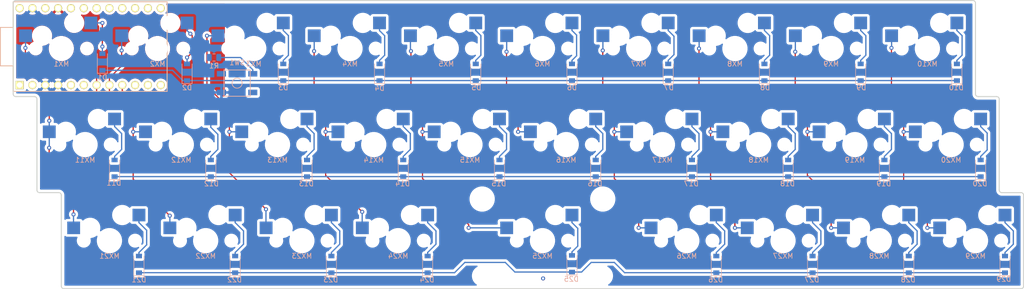
<source format=kicad_pcb>
(kicad_pcb (version 20171130) (host pcbnew "(5.1.4-0-10_14)")
  (layers (0 F.Cu signal) (31 B.Cu signal) (34 B.Paste user) (35 F.Paste user) (36 B.SilkS user) (37 F.SilkS user) (38 B.Mask user) (39 F.Mask user) (44 Edge.Cuts user))
  (net 0 "")
  (net 1 GND)
  (net 2 +5V)
  (net 3 "Net-(D1-Pad2)")
  (net 4 ROW0)
  (net 5 "Net-(D2-Pad2)")
  (net 6 "Net-(D3-Pad2)")
  (net 7 "Net-(D4-Pad2)")
  (net 8 "Net-(D5-Pad2)")
  (net 9 "Net-(D6-Pad2)")
  (net 10 "Net-(D7-Pad2)")
  (net 11 "Net-(D8-Pad2)")
  (net 12 "Net-(D9-Pad2)")
  (net 13 "Net-(D10-Pad2)")
  (net 14 "Net-(D11-Pad2)")
  (net 15 ROW1)
  (net 16 "Net-(D12-Pad2)")
  (net 17 "Net-(D13-Pad2)")
  (net 18 "Net-(D14-Pad2)")
  (net 19 "Net-(D15-Pad2)")
  (net 20 "Net-(D16-Pad2)")
  (net 21 "Net-(D17-Pad2)")
  (net 22 "Net-(D18-Pad2)")
  (net 23 "Net-(D19-Pad2)")
  (net 24 "Net-(D20-Pad2)")
  (net 25 "Net-(D21-Pad2)")
  (net 26 ROW2)
  (net 27 "Net-(D22-Pad2)")
  (net 28 "Net-(D23-Pad2)")
  (net 29 "Net-(D24-Pad2)")
  (net 30 "Net-(D25-Pad2)")
  (net 31 "Net-(D26-Pad2)")
  (net 32 "Net-(D27-Pad2)")
  (net 33 "Net-(D28-Pad2)")
  (net 34 "Net-(D29-Pad2)")
  (net 35 COL0)
  (net 36 COL1)
  (net 37 COL2)
  (net 38 COL3)
  (net 39 COL4)
  (net 40 COL5)
  (net 41 COL6)
  (net 42 COL7)
  (net 43 COL8)
  (net 44 COL9)
  (net 45 "Net-(R1-Pad2)")
  (net 46 "Net-(U1-Pad24)")
  (net 47 "Net-(U1-Pad20)")
  (net 48 "Net-(U1-Pad19)")
  (net 49 "Net-(U1-Pad18)")
  (net 50 "Net-(U1-Pad17)")
  (net 51 "Net-(U1-Pad16)")
  (net 52 "Net-(U1-Pad15)")
  (net 53 "Net-(U1-Pad14)")
  (net 54 "Net-(U1-Pad13)")
  (net 55 "Net-(U1-Pad12)")
  (net 56 "Net-(U1-Pad11)")
  (net 57 "Net-(U1-Pad10)")
  (net 58 "Net-(U1-Pad6)")
  (net 59 "Net-(U1-Pad5)")
  (net 60 "Net-(U1-Pad2)")
  (net 61 "Net-(U1-Pad1)")
  (module promicro:ProMicro (layer F.Cu) (at 71.247 50.546)
    (fp_text reference U1 hide)
    (fp_text value ProMicro)
    (pad 24 thru_hole circle (at -13.97 -7.62) (size 1.6 1.6) (drill 1.1) (layers *.Cu *.Mask F.SilkS) (net 46 "Net-(U1-Pad24)"))
    (pad 23 thru_hole circle (at -11.43 -7.62) (size 1.6 1.6) (drill 1.1) (layers *.Cu *.Mask F.SilkS) (net 1 GND))
    (pad 22 thru_hole circle (at -8.89 -7.62) (size 1.6 1.6) (drill 1.1) (layers *.Cu *.Mask F.SilkS) (net 45 "Net-(R1-Pad2)"))
    (pad 21 thru_hole circle (at -6.35 -7.62) (size 1.6 1.6) (drill 1.1) (layers *.Cu *.Mask F.SilkS) (net 2 +5V))
    (pad 20 thru_hole circle (at -3.81 -7.62) (size 1.6 1.6) (drill 1.1) (layers *.Cu *.Mask F.SilkS) (net 47 "Net-(U1-Pad20)"))
    (pad 19 thru_hole circle (at -1.27 -7.62) (size 1.6 1.6) (drill 1.1) (layers *.Cu *.Mask F.SilkS) (net 48 "Net-(U1-Pad19)"))
    (pad 18 thru_hole circle (at 1.27 -7.62) (size 1.6 1.6) (drill 1.1) (layers *.Cu *.Mask F.SilkS) (net 49 "Net-(U1-Pad18)"))
    (pad 17 thru_hole circle (at 3.81 -7.62) (size 1.6 1.6) (drill 1.1) (layers *.Cu *.Mask F.SilkS) (net 50 "Net-(U1-Pad17)"))
    (pad 16 thru_hole circle (at 6.35 -7.62) (size 1.6 1.6) (drill 1.1) (layers *.Cu *.Mask F.SilkS) (net 51 "Net-(U1-Pad16)"))
    (pad 15 thru_hole circle (at 8.89 -7.62) (size 1.6 1.6) (drill 1.1) (layers *.Cu *.Mask F.SilkS) (net 52 "Net-(U1-Pad15)"))
    (pad 14 thru_hole circle (at 11.43 -7.62) (size 1.6 1.6) (drill 1.1) (layers *.Cu *.Mask F.SilkS) (net 53 "Net-(U1-Pad14)"))
    (pad 13 thru_hole circle (at 13.97 -7.62) (size 1.6 1.6) (drill 1.1) (layers *.Cu *.Mask F.SilkS) (net 54 "Net-(U1-Pad13)"))
    (pad 12 thru_hole circle (at 13.97 7.62) (size 1.6 1.6) (drill 1.1) (layers *.Cu *.Mask F.SilkS) (net 55 "Net-(U1-Pad12)"))
    (pad 11 thru_hole circle (at 11.43 7.62) (size 1.6 1.6) (drill 1.1) (layers *.Cu *.Mask F.SilkS) (net 56 "Net-(U1-Pad11)"))
    (pad 10 thru_hole circle (at 8.89 7.62) (size 1.6 1.6) (drill 1.1) (layers *.Cu *.Mask F.SilkS) (net 57 "Net-(U1-Pad10)"))
    (pad 9 thru_hole circle (at 6.35 7.62) (size 1.6 1.6) (drill 1.1) (layers *.Cu *.Mask F.SilkS) (net 37 COL2))
    (pad 8 thru_hole circle (at 3.81 7.62) (size 1.6 1.6) (drill 1.1) (layers *.Cu *.Mask F.SilkS) (net 36 COL1))
    (pad 7 thru_hole circle (at 1.27 7.62) (size 1.6 1.6) (drill 1.1) (layers *.Cu *.Mask F.SilkS) (net 35 COL0))
    (pad 6 thru_hole circle (at -1.27 7.62) (size 1.6 1.6) (drill 1.1) (layers *.Cu *.Mask F.SilkS) (net 58 "Net-(U1-Pad6)"))
    (pad 5 thru_hole circle (at -3.81 7.62) (size 1.6 1.6) (drill 1.1) (layers *.Cu *.Mask F.SilkS) (net 59 "Net-(U1-Pad5)"))
    (pad 4 thru_hole circle (at -6.35 7.62) (size 1.6 1.6) (drill 1.1) (layers *.Cu *.Mask F.SilkS) (net 1 GND))
    (pad 3 thru_hole circle (at -8.89 7.62) (size 1.6 1.6) (drill 1.1) (layers *.Cu *.Mask F.SilkS) (net 1 GND))
    (pad 2 thru_hole circle (at -11.43 7.62) (size 1.6 1.6) (drill 1.1) (layers *.Cu *.Mask F.SilkS) (net 60 "Net-(U1-Pad2)"))
    (pad 1 thru_hole rect (at -13.97 7.62) (size 1.6 1.6) (drill 1.1) (layers *.Cu *.Mask F.SilkS) (net 61 "Net-(U1-Pad1)"))
  )
  (module random-keyboard-parts:SKQG-1155865 (layer B.Cu) (at 100.33 57.785)
    (fp_text reference SW1 (at 0 -4.064) (layer B.SilkS) (effects (justify mirror)))
    (fp_text value SW_Push)
    (pad 4 smd rect (at -3.1 -1.85) (size 1.8 1.1) (layers B.Cu B.Paste B.Mask))
    (pad 3 smd rect (at 3.1 1.85) (size 1.8 1.1) (layers B.Cu B.Paste B.Mask))
    (pad 2 smd rect (at -3.1 1.85) (size 1.8 1.1) (layers B.Cu B.Paste B.Mask) (net 1 GND))
    (pad 1 smd rect (at 3.1 -1.85) (size 1.8 1.1) (layers B.Cu B.Paste B.Mask) (net 45 "Net-(R1-Pad2)"))
  )
  (module Resistor_SMD:R_0805_2012Metric (layer B.Cu) (at 95.758 52.705)
    (fp_text reference R1 (at 0 1.65) (layer B.SilkS) (effects (justify mirror)))
    (fp_text value 10k)
    (pad 2 smd roundrect (at 0.9375 0) (size 0.975 1.4) (layers B.Cu B.Paste B.Mask) (net 45 "Net-(R1-Pad2)"))
    (pad 1 smd roundrect (at -0.9375 0) (size 0.975 1.4) (layers B.Cu B.Paste B.Mask) (net 2 +5V))
  )
  (module MX_Only:MXOnly-1U-Hotswap (layer F.Cu) (at 246.507 89.027)
    (fp_text reference MX29)
    (fp_text value MX-NoLED)
    (fp_text user %R (at 0 3.048) (layer B.SilkS) (effects (justify mirror)))
    (pad 2 smd rect (at 5.842 -5.08) (size 2.55 2.5) (layers B.Cu B.Paste B.Mask) (net 34 "Net-(D29-Pad2)"))
    (pad 1 smd rect (at -7.085 -2.54) (size 2.55 2.5) (layers B.Cu B.Paste B.Mask) (net 44 COL9))
    (pad "" np_thru_hole circle (at 5.08 0 48.0996) (size 1.75 1.75) (drill 1.75) (layers *.Cu *.Mask))
    (pad "" np_thru_hole circle (at -5.08 0 48.0996) (size 1.75 1.75) (drill 1.75) (layers *.Cu *.Mask))
    (pad "" np_thru_hole circle (at -3.81 -2.54) (size 3 3) (drill 3) (layers *.Cu *.Mask))
    (pad "" np_thru_hole circle (at 0 0) (size 3.9878 3.9878) (drill 3.9878) (layers *.Cu *.Mask))
    (pad "" np_thru_hole circle (at 2.54 -5.08) (size 3 3) (drill 3) (layers *.Cu *.Mask))
  )
  (module MX_Only:MXOnly-1U-Hotswap (layer F.Cu) (at 227.457 89.027)
    (fp_text reference MX28)
    (fp_text value MX-NoLED)
    (fp_text user %R (at 0 3.048) (layer B.SilkS) (effects (justify mirror)))
    (pad 2 smd rect (at 5.842 -5.08) (size 2.55 2.5) (layers B.Cu B.Paste B.Mask) (net 33 "Net-(D28-Pad2)"))
    (pad 1 smd rect (at -7.085 -2.54) (size 2.55 2.5) (layers B.Cu B.Paste B.Mask) (net 43 COL8))
    (pad "" np_thru_hole circle (at 5.08 0 48.0996) (size 1.75 1.75) (drill 1.75) (layers *.Cu *.Mask))
    (pad "" np_thru_hole circle (at -5.08 0 48.0996) (size 1.75 1.75) (drill 1.75) (layers *.Cu *.Mask))
    (pad "" np_thru_hole circle (at -3.81 -2.54) (size 3 3) (drill 3) (layers *.Cu *.Mask))
    (pad "" np_thru_hole circle (at 0 0) (size 3.9878 3.9878) (drill 3.9878) (layers *.Cu *.Mask))
    (pad "" np_thru_hole circle (at 2.54 -5.08) (size 3 3) (drill 3) (layers *.Cu *.Mask))
  )
  (module MX_Only:MXOnly-1U-Hotswap (layer F.Cu) (at 208.407 89.027)
    (fp_text reference MX27)
    (fp_text value MX-NoLED)
    (fp_text user %R (at 0 3.048) (layer B.SilkS) (effects (justify mirror)))
    (pad 2 smd rect (at 5.842 -5.08) (size 2.55 2.5) (layers B.Cu B.Paste B.Mask) (net 32 "Net-(D27-Pad2)"))
    (pad 1 smd rect (at -7.085 -2.54) (size 2.55 2.5) (layers B.Cu B.Paste B.Mask) (net 42 COL7))
    (pad "" np_thru_hole circle (at 5.08 0 48.0996) (size 1.75 1.75) (drill 1.75) (layers *.Cu *.Mask))
    (pad "" np_thru_hole circle (at -5.08 0 48.0996) (size 1.75 1.75) (drill 1.75) (layers *.Cu *.Mask))
    (pad "" np_thru_hole circle (at -3.81 -2.54) (size 3 3) (drill 3) (layers *.Cu *.Mask))
    (pad "" np_thru_hole circle (at 0 0) (size 3.9878 3.9878) (drill 3.9878) (layers *.Cu *.Mask))
    (pad "" np_thru_hole circle (at 2.54 -5.08) (size 3 3) (drill 3) (layers *.Cu *.Mask))
  )
  (module MX_Only:MXOnly-1U-Hotswap (layer F.Cu) (at 189.357 89.027)
    (fp_text reference MX26)
    (fp_text value MX-NoLED)
    (fp_text user %R (at 0 3.048) (layer B.SilkS) (effects (justify mirror)))
    (pad 2 smd rect (at 5.842 -5.08) (size 2.55 2.5) (layers B.Cu B.Paste B.Mask) (net 31 "Net-(D26-Pad2)"))
    (pad 1 smd rect (at -7.085 -2.54) (size 2.55 2.5) (layers B.Cu B.Paste B.Mask) (net 41 COL6))
    (pad "" np_thru_hole circle (at 5.08 0 48.0996) (size 1.75 1.75) (drill 1.75) (layers *.Cu *.Mask))
    (pad "" np_thru_hole circle (at -5.08 0 48.0996) (size 1.75 1.75) (drill 1.75) (layers *.Cu *.Mask))
    (pad "" np_thru_hole circle (at -3.81 -2.54) (size 3 3) (drill 3) (layers *.Cu *.Mask))
    (pad "" np_thru_hole circle (at 0 0) (size 3.9878 3.9878) (drill 3.9878) (layers *.Cu *.Mask))
    (pad "" np_thru_hole circle (at 2.54 -5.08) (size 3 3) (drill 3) (layers *.Cu *.Mask))
  )
  (module MX_Only:MXOnly-2U-Hotswap-ReversedStabilizers (layer F.Cu) (at 160.782 89.027)
    (fp_text reference MX25)
    (fp_text value MX-NoLED)
    (fp_text user %R (at 0 3.048) (layer B.SilkS) (effects (justify mirror)))
    (pad "" np_thru_hole circle (at -11.938 -8.255) (size 3.9878 3.9878) (drill 3.9878) (layers *.Cu *.Mask))
    (pad "" np_thru_hole circle (at 11.938 -8.255) (size 3.9878 3.9878) (drill 3.9878) (layers *.Cu *.Mask))
    (pad "" np_thru_hole circle (at -11.938 6.985) (size 3.048 3.048) (drill 3.048) (layers *.Cu *.Mask))
    (pad "" np_thru_hole circle (at 11.938 6.985) (size 3.048 3.048) (drill 3.048) (layers *.Cu *.Mask))
    (pad 2 smd rect (at 5.842 -5.08) (size 2.55 2.5) (layers B.Cu B.Paste B.Mask) (net 30 "Net-(D25-Pad2)"))
    (pad 1 smd rect (at -7.085 -2.54) (size 2.55 2.5) (layers B.Cu B.Paste B.Mask) (net 39 COL4))
    (pad "" np_thru_hole circle (at 5.08 0 48.0996) (size 1.75 1.75) (drill 1.75) (layers *.Cu *.Mask))
    (pad "" np_thru_hole circle (at -5.08 0 48.0996) (size 1.75 1.75) (drill 1.75) (layers *.Cu *.Mask))
    (pad "" np_thru_hole circle (at -3.81 -2.54) (size 3 3) (drill 3) (layers *.Cu *.Mask))
    (pad "" np_thru_hole circle (at 0 0) (size 3.9878 3.9878) (drill 3.9878) (layers *.Cu *.Mask))
    (pad "" np_thru_hole circle (at 2.54 -5.08) (size 3 3) (drill 3) (layers *.Cu *.Mask))
  )
  (module MX_Only:MXOnly-1U-Hotswap (layer F.Cu) (at 132.207 89.027)
    (fp_text reference MX24)
    (fp_text value MX-NoLED)
    (fp_text user %R (at 0 3.048) (layer B.SilkS) (effects (justify mirror)))
    (pad 2 smd rect (at 5.842 -5.08) (size 2.55 2.5) (layers B.Cu B.Paste B.Mask) (net 29 "Net-(D24-Pad2)"))
    (pad 1 smd rect (at -7.085 -2.54) (size 2.55 2.5) (layers B.Cu B.Paste B.Mask) (net 38 COL3))
    (pad "" np_thru_hole circle (at 5.08 0 48.0996) (size 1.75 1.75) (drill 1.75) (layers *.Cu *.Mask))
    (pad "" np_thru_hole circle (at -5.08 0 48.0996) (size 1.75 1.75) (drill 1.75) (layers *.Cu *.Mask))
    (pad "" np_thru_hole circle (at -3.81 -2.54) (size 3 3) (drill 3) (layers *.Cu *.Mask))
    (pad "" np_thru_hole circle (at 0 0) (size 3.9878 3.9878) (drill 3.9878) (layers *.Cu *.Mask))
    (pad "" np_thru_hole circle (at 2.54 -5.08) (size 3 3) (drill 3) (layers *.Cu *.Mask))
  )
  (module MX_Only:MXOnly-1U-Hotswap (layer F.Cu) (at 113.157 89.027)
    (fp_text reference MX23)
    (fp_text value MX-NoLED)
    (fp_text user %R (at 0 3.048) (layer B.SilkS) (effects (justify mirror)))
    (pad 2 smd rect (at 5.842 -5.08) (size 2.55 2.5) (layers B.Cu B.Paste B.Mask) (net 28 "Net-(D23-Pad2)"))
    (pad 1 smd rect (at -7.085 -2.54) (size 2.55 2.5) (layers B.Cu B.Paste B.Mask) (net 37 COL2))
    (pad "" np_thru_hole circle (at 5.08 0 48.0996) (size 1.75 1.75) (drill 1.75) (layers *.Cu *.Mask))
    (pad "" np_thru_hole circle (at -5.08 0 48.0996) (size 1.75 1.75) (drill 1.75) (layers *.Cu *.Mask))
    (pad "" np_thru_hole circle (at -3.81 -2.54) (size 3 3) (drill 3) (layers *.Cu *.Mask))
    (pad "" np_thru_hole circle (at 0 0) (size 3.9878 3.9878) (drill 3.9878) (layers *.Cu *.Mask))
    (pad "" np_thru_hole circle (at 2.54 -5.08) (size 3 3) (drill 3) (layers *.Cu *.Mask))
  )
  (module MX_Only:MXOnly-1U-Hotswap (layer F.Cu) (at 94.107 89.027)
    (fp_text reference MX22)
    (fp_text value MX-NoLED)
    (fp_text user %R (at 0 3.048) (layer B.SilkS) (effects (justify mirror)))
    (pad 2 smd rect (at 5.842 -5.08) (size 2.55 2.5) (layers B.Cu B.Paste B.Mask) (net 27 "Net-(D22-Pad2)"))
    (pad 1 smd rect (at -7.085 -2.54) (size 2.55 2.5) (layers B.Cu B.Paste B.Mask) (net 36 COL1))
    (pad "" np_thru_hole circle (at 5.08 0 48.0996) (size 1.75 1.75) (drill 1.75) (layers *.Cu *.Mask))
    (pad "" np_thru_hole circle (at -5.08 0 48.0996) (size 1.75 1.75) (drill 1.75) (layers *.Cu *.Mask))
    (pad "" np_thru_hole circle (at -3.81 -2.54) (size 3 3) (drill 3) (layers *.Cu *.Mask))
    (pad "" np_thru_hole circle (at 0 0) (size 3.9878 3.9878) (drill 3.9878) (layers *.Cu *.Mask))
    (pad "" np_thru_hole circle (at 2.54 -5.08) (size 3 3) (drill 3) (layers *.Cu *.Mask))
  )
  (module MX_Only:MXOnly-1U-Hotswap (layer F.Cu) (at 75.057 89.027)
    (fp_text reference MX21)
    (fp_text value MX-NoLED)
    (fp_text user %R (at 0 3.048) (layer B.SilkS) (effects (justify mirror)))
    (pad 2 smd rect (at 5.842 -5.08) (size 2.55 2.5) (layers B.Cu B.Paste B.Mask) (net 25 "Net-(D21-Pad2)"))
    (pad 1 smd rect (at -7.085 -2.54) (size 2.55 2.5) (layers B.Cu B.Paste B.Mask) (net 35 COL0))
    (pad "" np_thru_hole circle (at 5.08 0 48.0996) (size 1.75 1.75) (drill 1.75) (layers *.Cu *.Mask))
    (pad "" np_thru_hole circle (at -5.08 0 48.0996) (size 1.75 1.75) (drill 1.75) (layers *.Cu *.Mask))
    (pad "" np_thru_hole circle (at -3.81 -2.54) (size 3 3) (drill 3) (layers *.Cu *.Mask))
    (pad "" np_thru_hole circle (at 0 0) (size 3.9878 3.9878) (drill 3.9878) (layers *.Cu *.Mask))
    (pad "" np_thru_hole circle (at 2.54 -5.08) (size 3 3) (drill 3) (layers *.Cu *.Mask))
  )
  (module MX_Only:MXOnly-1U-Hotswap (layer F.Cu) (at 241.681 69.977)
    (fp_text reference MX20)
    (fp_text value MX-NoLED)
    (fp_text user %R (at 0 3.048) (layer B.SilkS) (effects (justify mirror)))
    (pad 2 smd rect (at 5.842 -5.08) (size 2.55 2.5) (layers B.Cu B.Paste B.Mask) (net 24 "Net-(D20-Pad2)"))
    (pad 1 smd rect (at -7.085 -2.54) (size 2.55 2.5) (layers B.Cu B.Paste B.Mask) (net 44 COL9))
    (pad "" np_thru_hole circle (at 5.08 0 48.0996) (size 1.75 1.75) (drill 1.75) (layers *.Cu *.Mask))
    (pad "" np_thru_hole circle (at -5.08 0 48.0996) (size 1.75 1.75) (drill 1.75) (layers *.Cu *.Mask))
    (pad "" np_thru_hole circle (at -3.81 -2.54) (size 3 3) (drill 3) (layers *.Cu *.Mask))
    (pad "" np_thru_hole circle (at 0 0) (size 3.9878 3.9878) (drill 3.9878) (layers *.Cu *.Mask))
    (pad "" np_thru_hole circle (at 2.54 -5.08) (size 3 3) (drill 3) (layers *.Cu *.Mask))
  )
  (module MX_Only:MXOnly-1U-Hotswap (layer F.Cu) (at 222.631 69.977)
    (fp_text reference MX19)
    (fp_text value MX-NoLED)
    (fp_text user %R (at 0 3.048) (layer B.SilkS) (effects (justify mirror)))
    (pad 2 smd rect (at 5.842 -5.08) (size 2.55 2.5) (layers B.Cu B.Paste B.Mask) (net 23 "Net-(D19-Pad2)"))
    (pad 1 smd rect (at -7.085 -2.54) (size 2.55 2.5) (layers B.Cu B.Paste B.Mask) (net 43 COL8))
    (pad "" np_thru_hole circle (at 5.08 0 48.0996) (size 1.75 1.75) (drill 1.75) (layers *.Cu *.Mask))
    (pad "" np_thru_hole circle (at -5.08 0 48.0996) (size 1.75 1.75) (drill 1.75) (layers *.Cu *.Mask))
    (pad "" np_thru_hole circle (at -3.81 -2.54) (size 3 3) (drill 3) (layers *.Cu *.Mask))
    (pad "" np_thru_hole circle (at 0 0) (size 3.9878 3.9878) (drill 3.9878) (layers *.Cu *.Mask))
    (pad "" np_thru_hole circle (at 2.54 -5.08) (size 3 3) (drill 3) (layers *.Cu *.Mask))
  )
  (module MX_Only:MXOnly-1U-Hotswap (layer F.Cu) (at 203.581 69.977)
    (fp_text reference MX18)
    (fp_text value MX-NoLED)
    (fp_text user %R (at 0 3.048) (layer B.SilkS) (effects (justify mirror)))
    (pad 2 smd rect (at 5.842 -5.08) (size 2.55 2.5) (layers B.Cu B.Paste B.Mask) (net 22 "Net-(D18-Pad2)"))
    (pad 1 smd rect (at -7.085 -2.54) (size 2.55 2.5) (layers B.Cu B.Paste B.Mask) (net 42 COL7))
    (pad "" np_thru_hole circle (at 5.08 0 48.0996) (size 1.75 1.75) (drill 1.75) (layers *.Cu *.Mask))
    (pad "" np_thru_hole circle (at -5.08 0 48.0996) (size 1.75 1.75) (drill 1.75) (layers *.Cu *.Mask))
    (pad "" np_thru_hole circle (at -3.81 -2.54) (size 3 3) (drill 3) (layers *.Cu *.Mask))
    (pad "" np_thru_hole circle (at 0 0) (size 3.9878 3.9878) (drill 3.9878) (layers *.Cu *.Mask))
    (pad "" np_thru_hole circle (at 2.54 -5.08) (size 3 3) (drill 3) (layers *.Cu *.Mask))
  )
  (module MX_Only:MXOnly-1U-Hotswap (layer F.Cu) (at 184.531 69.977)
    (fp_text reference MX17)
    (fp_text value MX-NoLED)
    (fp_text user %R (at 0 3.048) (layer B.SilkS) (effects (justify mirror)))
    (pad 2 smd rect (at 5.842 -5.08) (size 2.55 2.5) (layers B.Cu B.Paste B.Mask) (net 21 "Net-(D17-Pad2)"))
    (pad 1 smd rect (at -7.085 -2.54) (size 2.55 2.5) (layers B.Cu B.Paste B.Mask) (net 41 COL6))
    (pad "" np_thru_hole circle (at 5.08 0 48.0996) (size 1.75 1.75) (drill 1.75) (layers *.Cu *.Mask))
    (pad "" np_thru_hole circle (at -5.08 0 48.0996) (size 1.75 1.75) (drill 1.75) (layers *.Cu *.Mask))
    (pad "" np_thru_hole circle (at -3.81 -2.54) (size 3 3) (drill 3) (layers *.Cu *.Mask))
    (pad "" np_thru_hole circle (at 0 0) (size 3.9878 3.9878) (drill 3.9878) (layers *.Cu *.Mask))
    (pad "" np_thru_hole circle (at 2.54 -5.08) (size 3 3) (drill 3) (layers *.Cu *.Mask))
  )
  (module MX_Only:MXOnly-1U-Hotswap (layer F.Cu) (at 165.481 69.977)
    (fp_text reference MX16)
    (fp_text value MX-NoLED)
    (fp_text user %R (at 0 3.048) (layer B.SilkS) (effects (justify mirror)))
    (pad 2 smd rect (at 5.842 -5.08) (size 2.55 2.5) (layers B.Cu B.Paste B.Mask) (net 20 "Net-(D16-Pad2)"))
    (pad 1 smd rect (at -7.085 -2.54) (size 2.55 2.5) (layers B.Cu B.Paste B.Mask) (net 40 COL5))
    (pad "" np_thru_hole circle (at 5.08 0 48.0996) (size 1.75 1.75) (drill 1.75) (layers *.Cu *.Mask))
    (pad "" np_thru_hole circle (at -5.08 0 48.0996) (size 1.75 1.75) (drill 1.75) (layers *.Cu *.Mask))
    (pad "" np_thru_hole circle (at -3.81 -2.54) (size 3 3) (drill 3) (layers *.Cu *.Mask))
    (pad "" np_thru_hole circle (at 0 0) (size 3.9878 3.9878) (drill 3.9878) (layers *.Cu *.Mask))
    (pad "" np_thru_hole circle (at 2.54 -5.08) (size 3 3) (drill 3) (layers *.Cu *.Mask))
  )
  (module MX_Only:MXOnly-1U-Hotswap (layer F.Cu) (at 146.431 69.977)
    (fp_text reference MX15)
    (fp_text value MX-NoLED)
    (fp_text user %R (at 0 3.048) (layer B.SilkS) (effects (justify mirror)))
    (pad 2 smd rect (at 5.842 -5.08) (size 2.55 2.5) (layers B.Cu B.Paste B.Mask) (net 19 "Net-(D15-Pad2)"))
    (pad 1 smd rect (at -7.085 -2.54) (size 2.55 2.5) (layers B.Cu B.Paste B.Mask) (net 39 COL4))
    (pad "" np_thru_hole circle (at 5.08 0 48.0996) (size 1.75 1.75) (drill 1.75) (layers *.Cu *.Mask))
    (pad "" np_thru_hole circle (at -5.08 0 48.0996) (size 1.75 1.75) (drill 1.75) (layers *.Cu *.Mask))
    (pad "" np_thru_hole circle (at -3.81 -2.54) (size 3 3) (drill 3) (layers *.Cu *.Mask))
    (pad "" np_thru_hole circle (at 0 0) (size 3.9878 3.9878) (drill 3.9878) (layers *.Cu *.Mask))
    (pad "" np_thru_hole circle (at 2.54 -5.08) (size 3 3) (drill 3) (layers *.Cu *.Mask))
  )
  (module MX_Only:MXOnly-1U-Hotswap (layer F.Cu) (at 127.381 69.977)
    (fp_text reference MX14)
    (fp_text value MX-NoLED)
    (fp_text user %R (at 0 3.048) (layer B.SilkS) (effects (justify mirror)))
    (pad 2 smd rect (at 5.842 -5.08) (size 2.55 2.5) (layers B.Cu B.Paste B.Mask) (net 18 "Net-(D14-Pad2)"))
    (pad 1 smd rect (at -7.085 -2.54) (size 2.55 2.5) (layers B.Cu B.Paste B.Mask) (net 38 COL3))
    (pad "" np_thru_hole circle (at 5.08 0 48.0996) (size 1.75 1.75) (drill 1.75) (layers *.Cu *.Mask))
    (pad "" np_thru_hole circle (at -5.08 0 48.0996) (size 1.75 1.75) (drill 1.75) (layers *.Cu *.Mask))
    (pad "" np_thru_hole circle (at -3.81 -2.54) (size 3 3) (drill 3) (layers *.Cu *.Mask))
    (pad "" np_thru_hole circle (at 0 0) (size 3.9878 3.9878) (drill 3.9878) (layers *.Cu *.Mask))
    (pad "" np_thru_hole circle (at 2.54 -5.08) (size 3 3) (drill 3) (layers *.Cu *.Mask))
  )
  (module MX_Only:MXOnly-1U-Hotswap (layer F.Cu) (at 108.331 69.977)
    (fp_text reference MX13)
    (fp_text value MX-NoLED)
    (fp_text user %R (at 0 3.048) (layer B.SilkS) (effects (justify mirror)))
    (pad 2 smd rect (at 5.842 -5.08) (size 2.55 2.5) (layers B.Cu B.Paste B.Mask) (net 17 "Net-(D13-Pad2)"))
    (pad 1 smd rect (at -7.085 -2.54) (size 2.55 2.5) (layers B.Cu B.Paste B.Mask) (net 37 COL2))
    (pad "" np_thru_hole circle (at 5.08 0 48.0996) (size 1.75 1.75) (drill 1.75) (layers *.Cu *.Mask))
    (pad "" np_thru_hole circle (at -5.08 0 48.0996) (size 1.75 1.75) (drill 1.75) (layers *.Cu *.Mask))
    (pad "" np_thru_hole circle (at -3.81 -2.54) (size 3 3) (drill 3) (layers *.Cu *.Mask))
    (pad "" np_thru_hole circle (at 0 0) (size 3.9878 3.9878) (drill 3.9878) (layers *.Cu *.Mask))
    (pad "" np_thru_hole circle (at 2.54 -5.08) (size 3 3) (drill 3) (layers *.Cu *.Mask))
  )
  (module MX_Only:MXOnly-1U-Hotswap (layer F.Cu) (at 89.281 69.977)
    (fp_text reference MX12)
    (fp_text value MX-NoLED)
    (fp_text user %R (at 0 3.048) (layer B.SilkS) (effects (justify mirror)))
    (pad 2 smd rect (at 5.842 -5.08) (size 2.55 2.5) (layers B.Cu B.Paste B.Mask) (net 16 "Net-(D12-Pad2)"))
    (pad 1 smd rect (at -7.085 -2.54) (size 2.55 2.5) (layers B.Cu B.Paste B.Mask) (net 36 COL1))
    (pad "" np_thru_hole circle (at 5.08 0 48.0996) (size 1.75 1.75) (drill 1.75) (layers *.Cu *.Mask))
    (pad "" np_thru_hole circle (at -5.08 0 48.0996) (size 1.75 1.75) (drill 1.75) (layers *.Cu *.Mask))
    (pad "" np_thru_hole circle (at -3.81 -2.54) (size 3 3) (drill 3) (layers *.Cu *.Mask))
    (pad "" np_thru_hole circle (at 0 0) (size 3.9878 3.9878) (drill 3.9878) (layers *.Cu *.Mask))
    (pad "" np_thru_hole circle (at 2.54 -5.08) (size 3 3) (drill 3) (layers *.Cu *.Mask))
  )
  (module MX_Only:MXOnly-1U-Hotswap (layer F.Cu) (at 70.231 69.977)
    (fp_text reference MX11)
    (fp_text value MX-NoLED)
    (fp_text user %R (at 0 3.048) (layer B.SilkS) (effects (justify mirror)))
    (pad 2 smd rect (at 5.842 -5.08) (size 2.55 2.5) (layers B.Cu B.Paste B.Mask) (net 14 "Net-(D11-Pad2)"))
    (pad 1 smd rect (at -7.085 -2.54) (size 2.55 2.5) (layers B.Cu B.Paste B.Mask) (net 35 COL0))
    (pad "" np_thru_hole circle (at 5.08 0 48.0996) (size 1.75 1.75) (drill 1.75) (layers *.Cu *.Mask))
    (pad "" np_thru_hole circle (at -5.08 0 48.0996) (size 1.75 1.75) (drill 1.75) (layers *.Cu *.Mask))
    (pad "" np_thru_hole circle (at -3.81 -2.54) (size 3 3) (drill 3) (layers *.Cu *.Mask))
    (pad "" np_thru_hole circle (at 0 0) (size 3.9878 3.9878) (drill 3.9878) (layers *.Cu *.Mask))
    (pad "" np_thru_hole circle (at 2.54 -5.08) (size 3 3) (drill 3) (layers *.Cu *.Mask))
  )
  (module MX_Only:MXOnly-1U-Hotswap (layer F.Cu) (at 236.982 50.927)
    (fp_text reference MX10)
    (fp_text value MX-NoLED)
    (fp_text user %R (at 0 3.048) (layer B.SilkS) (effects (justify mirror)))
    (pad 2 smd rect (at 5.842 -5.08) (size 2.55 2.5) (layers B.Cu B.Paste B.Mask) (net 13 "Net-(D10-Pad2)"))
    (pad 1 smd rect (at -7.085 -2.54) (size 2.55 2.5) (layers B.Cu B.Paste B.Mask) (net 44 COL9))
    (pad "" np_thru_hole circle (at 5.08 0 48.0996) (size 1.75 1.75) (drill 1.75) (layers *.Cu *.Mask))
    (pad "" np_thru_hole circle (at -5.08 0 48.0996) (size 1.75 1.75) (drill 1.75) (layers *.Cu *.Mask))
    (pad "" np_thru_hole circle (at -3.81 -2.54) (size 3 3) (drill 3) (layers *.Cu *.Mask))
    (pad "" np_thru_hole circle (at 0 0) (size 3.9878 3.9878) (drill 3.9878) (layers *.Cu *.Mask))
    (pad "" np_thru_hole circle (at 2.54 -5.08) (size 3 3) (drill 3) (layers *.Cu *.Mask))
  )
  (module MX_Only:MXOnly-1U-Hotswap (layer F.Cu) (at 217.932 50.927)
    (fp_text reference MX9)
    (fp_text value MX-NoLED)
    (fp_text user %R (at 0 3.048) (layer B.SilkS) (effects (justify mirror)))
    (pad 2 smd rect (at 5.842 -5.08) (size 2.55 2.5) (layers B.Cu B.Paste B.Mask) (net 12 "Net-(D9-Pad2)"))
    (pad 1 smd rect (at -7.085 -2.54) (size 2.55 2.5) (layers B.Cu B.Paste B.Mask) (net 43 COL8))
    (pad "" np_thru_hole circle (at 5.08 0 48.0996) (size 1.75 1.75) (drill 1.75) (layers *.Cu *.Mask))
    (pad "" np_thru_hole circle (at -5.08 0 48.0996) (size 1.75 1.75) (drill 1.75) (layers *.Cu *.Mask))
    (pad "" np_thru_hole circle (at -3.81 -2.54) (size 3 3) (drill 3) (layers *.Cu *.Mask))
    (pad "" np_thru_hole circle (at 0 0) (size 3.9878 3.9878) (drill 3.9878) (layers *.Cu *.Mask))
    (pad "" np_thru_hole circle (at 2.54 -5.08) (size 3 3) (drill 3) (layers *.Cu *.Mask))
  )
  (module MX_Only:MXOnly-1U-Hotswap (layer F.Cu) (at 198.882 50.927)
    (fp_text reference MX8)
    (fp_text value MX-NoLED)
    (fp_text user %R (at 0 3.048) (layer B.SilkS) (effects (justify mirror)))
    (pad 2 smd rect (at 5.842 -5.08) (size 2.55 2.5) (layers B.Cu B.Paste B.Mask) (net 11 "Net-(D8-Pad2)"))
    (pad 1 smd rect (at -7.085 -2.54) (size 2.55 2.5) (layers B.Cu B.Paste B.Mask) (net 42 COL7))
    (pad "" np_thru_hole circle (at 5.08 0 48.0996) (size 1.75 1.75) (drill 1.75) (layers *.Cu *.Mask))
    (pad "" np_thru_hole circle (at -5.08 0 48.0996) (size 1.75 1.75) (drill 1.75) (layers *.Cu *.Mask))
    (pad "" np_thru_hole circle (at -3.81 -2.54) (size 3 3) (drill 3) (layers *.Cu *.Mask))
    (pad "" np_thru_hole circle (at 0 0) (size 3.9878 3.9878) (drill 3.9878) (layers *.Cu *.Mask))
    (pad "" np_thru_hole circle (at 2.54 -5.08) (size 3 3) (drill 3) (layers *.Cu *.Mask))
  )
  (module MX_Only:MXOnly-1U-Hotswap (layer F.Cu) (at 179.832 50.927)
    (fp_text reference MX7)
    (fp_text value MX-NoLED)
    (fp_text user %R (at 0 3.048) (layer B.SilkS) (effects (justify mirror)))
    (pad 2 smd rect (at 5.842 -5.08) (size 2.55 2.5) (layers B.Cu B.Paste B.Mask) (net 10 "Net-(D7-Pad2)"))
    (pad 1 smd rect (at -7.085 -2.54) (size 2.55 2.5) (layers B.Cu B.Paste B.Mask) (net 41 COL6))
    (pad "" np_thru_hole circle (at 5.08 0 48.0996) (size 1.75 1.75) (drill 1.75) (layers *.Cu *.Mask))
    (pad "" np_thru_hole circle (at -5.08 0 48.0996) (size 1.75 1.75) (drill 1.75) (layers *.Cu *.Mask))
    (pad "" np_thru_hole circle (at -3.81 -2.54) (size 3 3) (drill 3) (layers *.Cu *.Mask))
    (pad "" np_thru_hole circle (at 0 0) (size 3.9878 3.9878) (drill 3.9878) (layers *.Cu *.Mask))
    (pad "" np_thru_hole circle (at 2.54 -5.08) (size 3 3) (drill 3) (layers *.Cu *.Mask))
  )
  (module MX_Only:MXOnly-1U-Hotswap (layer F.Cu) (at 160.782 50.927)
    (fp_text reference MX6)
    (fp_text value MX-NoLED)
    (fp_text user %R (at 0 3.048) (layer B.SilkS) (effects (justify mirror)))
    (pad 2 smd rect (at 5.842 -5.08) (size 2.55 2.5) (layers B.Cu B.Paste B.Mask) (net 9 "Net-(D6-Pad2)"))
    (pad 1 smd rect (at -7.085 -2.54) (size 2.55 2.5) (layers B.Cu B.Paste B.Mask) (net 40 COL5))
    (pad "" np_thru_hole circle (at 5.08 0 48.0996) (size 1.75 1.75) (drill 1.75) (layers *.Cu *.Mask))
    (pad "" np_thru_hole circle (at -5.08 0 48.0996) (size 1.75 1.75) (drill 1.75) (layers *.Cu *.Mask))
    (pad "" np_thru_hole circle (at -3.81 -2.54) (size 3 3) (drill 3) (layers *.Cu *.Mask))
    (pad "" np_thru_hole circle (at 0 0) (size 3.9878 3.9878) (drill 3.9878) (layers *.Cu *.Mask))
    (pad "" np_thru_hole circle (at 2.54 -5.08) (size 3 3) (drill 3) (layers *.Cu *.Mask))
  )
  (module MX_Only:MXOnly-1U-Hotswap (layer F.Cu) (at 141.732 50.927)
    (fp_text reference MX5)
    (fp_text value MX-NoLED)
    (fp_text user %R (at 0 3.048) (layer B.SilkS) (effects (justify mirror)))
    (pad 2 smd rect (at 5.842 -5.08) (size 2.55 2.5) (layers B.Cu B.Paste B.Mask) (net 8 "Net-(D5-Pad2)"))
    (pad 1 smd rect (at -7.085 -2.54) (size 2.55 2.5) (layers B.Cu B.Paste B.Mask) (net 39 COL4))
    (pad "" np_thru_hole circle (at 5.08 0 48.0996) (size 1.75 1.75) (drill 1.75) (layers *.Cu *.Mask))
    (pad "" np_thru_hole circle (at -5.08 0 48.0996) (size 1.75 1.75) (drill 1.75) (layers *.Cu *.Mask))
    (pad "" np_thru_hole circle (at -3.81 -2.54) (size 3 3) (drill 3) (layers *.Cu *.Mask))
    (pad "" np_thru_hole circle (at 0 0) (size 3.9878 3.9878) (drill 3.9878) (layers *.Cu *.Mask))
    (pad "" np_thru_hole circle (at 2.54 -5.08) (size 3 3) (drill 3) (layers *.Cu *.Mask))
  )
  (module MX_Only:MXOnly-1U-Hotswap (layer F.Cu) (at 122.682 50.927)
    (fp_text reference MX4)
    (fp_text value MX-NoLED)
    (fp_text user %R (at 0 3.048) (layer B.SilkS) (effects (justify mirror)))
    (pad 2 smd rect (at 5.842 -5.08) (size 2.55 2.5) (layers B.Cu B.Paste B.Mask) (net 7 "Net-(D4-Pad2)"))
    (pad 1 smd rect (at -7.085 -2.54) (size 2.55 2.5) (layers B.Cu B.Paste B.Mask) (net 38 COL3))
    (pad "" np_thru_hole circle (at 5.08 0 48.0996) (size 1.75 1.75) (drill 1.75) (layers *.Cu *.Mask))
    (pad "" np_thru_hole circle (at -5.08 0 48.0996) (size 1.75 1.75) (drill 1.75) (layers *.Cu *.Mask))
    (pad "" np_thru_hole circle (at -3.81 -2.54) (size 3 3) (drill 3) (layers *.Cu *.Mask))
    (pad "" np_thru_hole circle (at 0 0) (size 3.9878 3.9878) (drill 3.9878) (layers *.Cu *.Mask))
    (pad "" np_thru_hole circle (at 2.54 -5.08) (size 3 3) (drill 3) (layers *.Cu *.Mask))
  )
  (module MX_Only:MXOnly-1U-Hotswap (layer F.Cu) (at 103.632 50.927)
    (fp_text reference MX3)
    (fp_text value MX-NoLED)
    (fp_text user %R (at 0 3.048) (layer B.SilkS) (effects (justify mirror)))
    (pad 2 smd rect (at 5.842 -5.08) (size 2.55 2.5) (layers B.Cu B.Paste B.Mask) (net 6 "Net-(D3-Pad2)"))
    (pad 1 smd rect (at -7.085 -2.54) (size 2.55 2.5) (layers B.Cu B.Paste B.Mask) (net 37 COL2))
    (pad "" np_thru_hole circle (at 5.08 0 48.0996) (size 1.75 1.75) (drill 1.75) (layers *.Cu *.Mask))
    (pad "" np_thru_hole circle (at -5.08 0 48.0996) (size 1.75 1.75) (drill 1.75) (layers *.Cu *.Mask))
    (pad "" np_thru_hole circle (at -3.81 -2.54) (size 3 3) (drill 3) (layers *.Cu *.Mask))
    (pad "" np_thru_hole circle (at 0 0) (size 3.9878 3.9878) (drill 3.9878) (layers *.Cu *.Mask))
    (pad "" np_thru_hole circle (at 2.54 -5.08) (size 3 3) (drill 3) (layers *.Cu *.Mask))
  )
  (module MX_Only:MXOnly-1U-Hotswap (layer F.Cu) (at 84.582 50.927)
    (fp_text reference MX2)
    (fp_text value MX-NoLED)
    (fp_text user %R (at 0 3.048) (layer B.SilkS) (effects (justify mirror)))
    (pad 2 smd rect (at 5.842 -5.08) (size 2.55 2.5) (layers B.Cu B.Paste B.Mask) (net 5 "Net-(D2-Pad2)"))
    (pad 1 smd rect (at -7.085 -2.54) (size 2.55 2.5) (layers B.Cu B.Paste B.Mask) (net 36 COL1))
    (pad "" np_thru_hole circle (at 5.08 0 48.0996) (size 1.75 1.75) (drill 1.75) (layers *.Cu *.Mask))
    (pad "" np_thru_hole circle (at -5.08 0 48.0996) (size 1.75 1.75) (drill 1.75) (layers *.Cu *.Mask))
    (pad "" np_thru_hole circle (at -3.81 -2.54) (size 3 3) (drill 3) (layers *.Cu *.Mask))
    (pad "" np_thru_hole circle (at 0 0) (size 3.9878 3.9878) (drill 3.9878) (layers *.Cu *.Mask))
    (pad "" np_thru_hole circle (at 2.54 -5.08) (size 3 3) (drill 3) (layers *.Cu *.Mask))
  )
  (module MX_Only:MXOnly-1U-Hotswap (layer F.Cu) (at 65.532 50.927)
    (fp_text reference MX1)
    (fp_text value MX-NoLED)
    (fp_text user %R (at 0 3.048) (layer B.SilkS) (effects (justify mirror)))
    (pad 2 smd rect (at 5.842 -5.08) (size 2.55 2.5) (layers B.Cu B.Paste B.Mask) (net 3 "Net-(D1-Pad2)"))
    (pad 1 smd rect (at -7.085 -2.54) (size 2.55 2.5) (layers B.Cu B.Paste B.Mask) (net 35 COL0))
    (pad "" np_thru_hole circle (at 5.08 0 48.0996) (size 1.75 1.75) (drill 1.75) (layers *.Cu *.Mask))
    (pad "" np_thru_hole circle (at -5.08 0 48.0996) (size 1.75 1.75) (drill 1.75) (layers *.Cu *.Mask))
    (pad "" np_thru_hole circle (at -3.81 -2.54) (size 3 3) (drill 3) (layers *.Cu *.Mask))
    (pad "" np_thru_hole circle (at 0 0) (size 3.9878 3.9878) (drill 3.9878) (layers *.Cu *.Mask))
    (pad "" np_thru_hole circle (at 2.54 -5.08) (size 3 3) (drill 3) (layers *.Cu *.Mask))
  )
  (module Diode_SMD:D_SOD-123 (layer B.Cu) (at 252.349 93.726 90)
    (fp_text reference D29 (at -2.921 -0.254 180) (layer B.SilkS) (effects (justify mirror)))
    (fp_text value D_Small)
    (pad 2 smd rect (at 1.65 0 90) (size 0.9 1.2) (layers B.Cu B.Paste B.Mask) (net 34 "Net-(D29-Pad2)"))
    (pad 1 smd rect (at -1.65 0 90) (size 0.9 1.2) (layers B.Cu B.Paste B.Mask) (net 26 ROW2))
  )
  (module Diode_SMD:D_SOD-123 (layer B.Cu) (at 233.299 93.726 90)
    (fp_text reference D28 (at -3.048 -0.127 180) (layer B.SilkS) (effects (justify mirror)))
    (fp_text value D_Small)
    (pad 2 smd rect (at 1.65 0 90) (size 0.9 1.2) (layers B.Cu B.Paste B.Mask) (net 33 "Net-(D28-Pad2)"))
    (pad 1 smd rect (at -1.65 0 90) (size 0.9 1.2) (layers B.Cu B.Paste B.Mask) (net 26 ROW2))
  )
  (module Diode_SMD:D_SOD-123 (layer B.Cu) (at 214.249 93.726 90)
    (fp_text reference D27 (at -3.048 -0.127 180) (layer B.SilkS) (effects (justify mirror)))
    (fp_text value D_Small)
    (pad 2 smd rect (at 1.65 0 90) (size 0.9 1.2) (layers B.Cu B.Paste B.Mask) (net 32 "Net-(D27-Pad2)"))
    (pad 1 smd rect (at -1.65 0 90) (size 0.9 1.2) (layers B.Cu B.Paste B.Mask) (net 26 ROW2))
  )
  (module Diode_SMD:D_SOD-123 (layer B.Cu) (at 195.199 93.726 90)
    (fp_text reference D26 (at -3.048 -0.127 180) (layer B.SilkS) (effects (justify mirror)))
    (fp_text value D_Small)
    (pad 2 smd rect (at 1.65 0 90) (size 0.9 1.2) (layers B.Cu B.Paste B.Mask) (net 31 "Net-(D26-Pad2)"))
    (pad 1 smd rect (at -1.65 0 90) (size 0.9 1.2) (layers B.Cu B.Paste B.Mask) (net 26 ROW2))
  )
  (module Diode_SMD:D_SOD-123 (layer B.Cu) (at 166.624 93.599 90)
    (fp_text reference D25 (at -3.048 -0.127 180) (layer B.SilkS) (effects (justify mirror)))
    (fp_text value D_Small)
    (pad 2 smd rect (at 1.65 0 90) (size 0.9 1.2) (layers B.Cu B.Paste B.Mask) (net 30 "Net-(D25-Pad2)"))
    (pad 1 smd rect (at -1.65 0 90) (size 0.9 1.2) (layers B.Cu B.Paste B.Mask) (net 26 ROW2))
  )
  (module Diode_SMD:D_SOD-123 (layer B.Cu) (at 138.049 93.726 90)
    (fp_text reference D24 (at -3.048 -0.127 180) (layer B.SilkS) (effects (justify mirror)))
    (fp_text value D_Small)
    (pad 2 smd rect (at 1.65 0 90) (size 0.9 1.2) (layers B.Cu B.Paste B.Mask) (net 29 "Net-(D24-Pad2)"))
    (pad 1 smd rect (at -1.65 0 90) (size 0.9 1.2) (layers B.Cu B.Paste B.Mask) (net 26 ROW2))
  )
  (module Diode_SMD:D_SOD-123 (layer B.Cu) (at 118.999 93.726 90)
    (fp_text reference D23 (at -3.048 -0.127 180) (layer B.SilkS) (effects (justify mirror)))
    (fp_text value D_Small)
    (pad 2 smd rect (at 1.65 0 90) (size 0.9 1.2) (layers B.Cu B.Paste B.Mask) (net 28 "Net-(D23-Pad2)"))
    (pad 1 smd rect (at -1.65 0 90) (size 0.9 1.2) (layers B.Cu B.Paste B.Mask) (net 26 ROW2))
  )
  (module Diode_SMD:D_SOD-123 (layer B.Cu) (at 99.949 93.726 90)
    (fp_text reference D22 (at -3.048 -0.127 180) (layer B.SilkS) (effects (justify mirror)))
    (fp_text value D_Small)
    (pad 2 smd rect (at 1.65 0 90) (size 0.9 1.2) (layers B.Cu B.Paste B.Mask) (net 27 "Net-(D22-Pad2)"))
    (pad 1 smd rect (at -1.65 0 90) (size 0.9 1.2) (layers B.Cu B.Paste B.Mask) (net 26 ROW2))
  )
  (module Diode_SMD:D_SOD-123 (layer B.Cu) (at 80.899 93.726 90)
    (fp_text reference D21 (at -3.048 0 180) (layer B.SilkS) (effects (justify mirror)))
    (fp_text value D_Small)
    (pad 2 smd rect (at 1.65 0 90) (size 0.9 1.2) (layers B.Cu B.Paste B.Mask) (net 25 "Net-(D21-Pad2)"))
    (pad 1 smd rect (at -1.65 0 90) (size 0.9 1.2) (layers B.Cu B.Paste B.Mask) (net 26 ROW2))
  )
  (module Diode_SMD:D_SOD-123 (layer B.Cu) (at 247.523 74.676 90)
    (fp_text reference D20 (at -3.048 -0.127) (layer B.SilkS) (effects (justify mirror)))
    (fp_text value D_Small)
    (pad 2 smd rect (at 1.65 0 90) (size 0.9 1.2) (layers B.Cu B.Paste B.Mask) (net 24 "Net-(D20-Pad2)"))
    (pad 1 smd rect (at -1.65 0 90) (size 0.9 1.2) (layers B.Cu B.Paste B.Mask) (net 15 ROW1))
  )
  (module Diode_SMD:D_SOD-123 (layer B.Cu) (at 228.473 74.676 90)
    (fp_text reference D19 (at -3.048 -0.127 180) (layer B.SilkS) (effects (justify mirror)))
    (fp_text value D_Small)
    (pad 2 smd rect (at 1.65 0 90) (size 0.9 1.2) (layers B.Cu B.Paste B.Mask) (net 23 "Net-(D19-Pad2)"))
    (pad 1 smd rect (at -1.65 0 90) (size 0.9 1.2) (layers B.Cu B.Paste B.Mask) (net 15 ROW1))
  )
  (module Diode_SMD:D_SOD-123 (layer B.Cu) (at 209.423 74.676 90)
    (fp_text reference D18 (at -3.048 -0.127 180) (layer B.SilkS) (effects (justify mirror)))
    (fp_text value D_Small)
    (pad 2 smd rect (at 1.65 0 90) (size 0.9 1.2) (layers B.Cu B.Paste B.Mask) (net 22 "Net-(D18-Pad2)"))
    (pad 1 smd rect (at -1.65 0 90) (size 0.9 1.2) (layers B.Cu B.Paste B.Mask) (net 15 ROW1))
  )
  (module Diode_SMD:D_SOD-123 (layer B.Cu) (at 190.373 74.676 90)
    (fp_text reference D17 (at -3.048 -0.127 180) (layer B.SilkS) (effects (justify mirror)))
    (fp_text value D_Small)
    (pad 2 smd rect (at 1.65 0 90) (size 0.9 1.2) (layers B.Cu B.Paste B.Mask) (net 21 "Net-(D17-Pad2)"))
    (pad 1 smd rect (at -1.65 0 90) (size 0.9 1.2) (layers B.Cu B.Paste B.Mask) (net 15 ROW1))
  )
  (module Diode_SMD:D_SOD-123 (layer B.Cu) (at 171.323 74.676 90)
    (fp_text reference D16 (at -3.048 -0.127 180) (layer B.SilkS) (effects (justify mirror)))
    (fp_text value D_Small)
    (pad 2 smd rect (at 1.65 0 90) (size 0.9 1.2) (layers B.Cu B.Paste B.Mask) (net 20 "Net-(D16-Pad2)"))
    (pad 1 smd rect (at -1.65 0 90) (size 0.9 1.2) (layers B.Cu B.Paste B.Mask) (net 15 ROW1))
  )
  (module Diode_SMD:D_SOD-123 (layer B.Cu) (at 152.273 74.676 90)
    (fp_text reference D15 (at -3.048 -0.127 180) (layer B.SilkS) (effects (justify mirror)))
    (fp_text value D_Small)
    (pad 2 smd rect (at 1.65 0 90) (size 0.9 1.2) (layers B.Cu B.Paste B.Mask) (net 19 "Net-(D15-Pad2)"))
    (pad 1 smd rect (at -1.65 0 90) (size 0.9 1.2) (layers B.Cu B.Paste B.Mask) (net 15 ROW1))
  )
  (module Diode_SMD:D_SOD-123 (layer B.Cu) (at 133.223 74.676 90)
    (fp_text reference D14 (at -3.048 -0.127 180) (layer B.SilkS) (effects (justify mirror)))
    (fp_text value D_Small)
    (pad 2 smd rect (at 1.65 0 90) (size 0.9 1.2) (layers B.Cu B.Paste B.Mask) (net 18 "Net-(D14-Pad2)"))
    (pad 1 smd rect (at -1.65 0 90) (size 0.9 1.2) (layers B.Cu B.Paste B.Mask) (net 15 ROW1))
  )
  (module Diode_SMD:D_SOD-123 (layer B.Cu) (at 114.173 74.676 90)
    (fp_text reference D13 (at -3.048 -0.127 180) (layer B.SilkS) (effects (justify mirror)))
    (fp_text value D_Small)
    (pad 2 smd rect (at 1.65 0 90) (size 0.9 1.2) (layers B.Cu B.Paste B.Mask) (net 17 "Net-(D13-Pad2)"))
    (pad 1 smd rect (at -1.65 0 90) (size 0.9 1.2) (layers B.Cu B.Paste B.Mask) (net 15 ROW1))
  )
  (module Diode_SMD:D_SOD-123 (layer B.Cu) (at 95.123 74.676 90)
    (fp_text reference D12 (at -3.048 0.127 180) (layer B.SilkS) (effects (justify mirror)))
    (fp_text value D_Small)
    (pad 2 smd rect (at 1.65 0 90) (size 0.9 1.2) (layers B.Cu B.Paste B.Mask) (net 16 "Net-(D12-Pad2)"))
    (pad 1 smd rect (at -1.65 0 90) (size 0.9 1.2) (layers B.Cu B.Paste B.Mask) (net 15 ROW1))
  )
  (module Diode_SMD:D_SOD-123 (layer B.Cu) (at 76.073 74.676 90)
    (fp_text reference D11 (at -2.921 -0.127 180) (layer B.SilkS) (effects (justify mirror)))
    (fp_text value D_Small)
    (pad 2 smd rect (at 1.65 0 90) (size 0.9 1.2) (layers B.Cu B.Paste B.Mask) (net 14 "Net-(D11-Pad2)"))
    (pad 1 smd rect (at -1.65 0 90) (size 0.9 1.2) (layers B.Cu B.Paste B.Mask) (net 15 ROW1))
  )
  (module Diode_SMD:D_SOD-123 (layer B.Cu) (at 242.824 55.626 90)
    (fp_text reference D10 (at -3.048 -0.127 180) (layer B.SilkS) (effects (justify mirror)))
    (fp_text value D_Small)
    (pad 2 smd rect (at 1.65 0 90) (size 0.9 1.2) (layers B.Cu B.Paste B.Mask) (net 13 "Net-(D10-Pad2)"))
    (pad 1 smd rect (at -1.65 0 90) (size 0.9 1.2) (layers B.Cu B.Paste B.Mask) (net 4 ROW0))
  )
  (module Diode_SMD:D_SOD-123 (layer B.Cu) (at 223.774 55.625 90)
    (fp_text reference D9 (at -3.049 0.127 180) (layer B.SilkS) (effects (justify mirror)))
    (fp_text value D_Small)
    (pad 2 smd rect (at 1.65 0 90) (size 0.9 1.2) (layers B.Cu B.Paste B.Mask) (net 12 "Net-(D9-Pad2)"))
    (pad 1 smd rect (at -1.65 0 90) (size 0.9 1.2) (layers B.Cu B.Paste B.Mask) (net 4 ROW0))
  )
  (module Diode_SMD:D_SOD-123 (layer B.Cu) (at 204.724 55.626 90)
    (fp_text reference D8 (at -3.048 0.127 180) (layer B.SilkS) (effects (justify mirror)))
    (fp_text value D_Small)
    (pad 2 smd rect (at 1.65 0 90) (size 0.9 1.2) (layers B.Cu B.Paste B.Mask) (net 11 "Net-(D8-Pad2)"))
    (pad 1 smd rect (at -1.65 0 90) (size 0.9 1.2) (layers B.Cu B.Paste B.Mask) (net 4 ROW0))
  )
  (module Diode_SMD:D_SOD-123 (layer B.Cu) (at 185.674 55.626 90)
    (fp_text reference D7 (at -3.048 0.127 180) (layer B.SilkS) (effects (justify mirror)))
    (fp_text value D_Small)
    (pad 2 smd rect (at 1.65 0 90) (size 0.9 1.2) (layers B.Cu B.Paste B.Mask) (net 10 "Net-(D7-Pad2)"))
    (pad 1 smd rect (at -1.65 0 90) (size 0.9 1.2) (layers B.Cu B.Paste B.Mask) (net 4 ROW0))
  )
  (module Diode_SMD:D_SOD-123 (layer B.Cu) (at 166.624 55.626 90)
    (fp_text reference D6 (at -3.048 0 180) (layer B.SilkS) (effects (justify mirror)))
    (fp_text value D_Small)
    (pad 2 smd rect (at 1.65 0 90) (size 0.9 1.2) (layers B.Cu B.Paste B.Mask) (net 9 "Net-(D6-Pad2)"))
    (pad 1 smd rect (at -1.65 0 90) (size 0.9 1.2) (layers B.Cu B.Paste B.Mask) (net 4 ROW0))
  )
  (module Diode_SMD:D_SOD-123 (layer B.Cu) (at 147.574 55.626 90)
    (fp_text reference D5 (at -3.048 0.127 180) (layer B.SilkS) (effects (justify mirror)))
    (fp_text value D_Small)
    (pad 2 smd rect (at 1.65 0 90) (size 0.9 1.2) (layers B.Cu B.Paste B.Mask) (net 8 "Net-(D5-Pad2)"))
    (pad 1 smd rect (at -1.65 0 90) (size 0.9 1.2) (layers B.Cu B.Paste B.Mask) (net 4 ROW0))
  )
  (module Diode_SMD:D_SOD-123 (layer B.Cu) (at 128.524 55.626 90)
    (fp_text reference D4 (at -3.175 0 180) (layer B.SilkS) (effects (justify mirror)))
    (fp_text value D_Small)
    (pad 2 smd rect (at 1.65 0 90) (size 0.9 1.2) (layers B.Cu B.Paste B.Mask) (net 7 "Net-(D4-Pad2)"))
    (pad 1 smd rect (at -1.65 0 90) (size 0.9 1.2) (layers B.Cu B.Paste B.Mask) (net 4 ROW0))
  )
  (module Diode_SMD:D_SOD-123 (layer B.Cu) (at 109.474 55.626 90)
    (fp_text reference D3 (at -3.048 0 180) (layer B.SilkS) (effects (justify mirror)))
    (fp_text value D_Small)
    (pad 2 smd rect (at 1.65 0 90) (size 0.9 1.2) (layers B.Cu B.Paste B.Mask) (net 6 "Net-(D3-Pad2)"))
    (pad 1 smd rect (at -1.65 0 90) (size 0.9 1.2) (layers B.Cu B.Paste B.Mask) (net 4 ROW0))
  )
  (module Diode_SMD:D_SOD-123 (layer B.Cu) (at 90.424 55.626 90)
    (fp_text reference D2 (at -3.048 0 180) (layer B.SilkS) (effects (justify mirror)))
    (fp_text value D_Small)
    (pad 2 smd rect (at 1.65 0 90) (size 0.9 1.2) (layers B.Cu B.Paste B.Mask) (net 5 "Net-(D2-Pad2)"))
    (pad 1 smd rect (at -1.65 0 90) (size 0.9 1.2) (layers B.Cu B.Paste B.Mask) (net 4 ROW0))
  )
  (module Diode_SMD:D_SOD-123 (layer B.Cu) (at 73.66 53.594 90)
    (fp_text reference D1 (at -3.048 0 180) (layer B.SilkS) (effects (justify mirror)))
    (fp_text value D_Small)
    (pad 2 smd rect (at 1.65 0 90) (size 0.9 1.2) (layers B.Cu B.Paste B.Mask) (net 3 "Net-(D1-Pad2)"))
    (pad 1 smd rect (at -1.65 0 90) (size 0.9 1.2) (layers B.Cu B.Paste B.Mask) (net 4 ROW0))
  )
  (gr_arc (start 56.515 41.91) (end 56.515 41.402) (angle -90) (layer Edge.Cuts) (width 0.2))
  (gr_arc (start 56.515 59.944) (end 56.007 59.944) (angle -90) (layer Edge.Cuts) (width 0.2))
  (gr_arc (start 60.198 60.96) (end 60.706 60.96) (angle -90) (layer Edge.Cuts) (width 0.2))
  (gr_arc (start 61.214 78.994) (end 60.706 78.994) (angle -90) (layer Edge.Cuts) (width 0.2))
  (gr_arc (start 65.024 80.01) (end 65.532 80.01) (angle -90) (layer Edge.Cuts) (width 0.2))
  (gr_arc (start 66.04 98.044) (end 65.532 98.044) (angle -90) (layer Edge.Cuts) (width 0.2))
  (gr_arc (start 255.524 98.044) (end 255.524 98.552) (angle -90) (layer Edge.Cuts) (width 0.2))
  (gr_arc (start 255.524 80.01) (end 256.032 80.01) (angle -90) (layer Edge.Cuts) (width 0.2))
  (gr_arc (start 251.714 78.994) (end 251.206 78.994) (angle -90) (layer Edge.Cuts) (width 0.2))
  (gr_arc (start 250.698 60.96) (end 251.206 60.96) (angle -90) (layer Edge.Cuts) (width 0.2))
  (gr_arc (start 247.015 59.944) (end 246.507 59.944) (angle -90) (layer Edge.Cuts) (width 0.2))
  (gr_arc (start 245.999 41.91) (end 246.507 41.91) (angle -90) (layer Edge.Cuts) (width 0.2))
  (gr_line (start 246.507 59.944) (end 246.507 41.91) (layer Edge.Cuts) (width 0.2))
  (gr_line (start 250.698 60.452) (end 247.015 60.452) (layer Edge.Cuts) (width 0.2))
  (gr_line (start 251.206 78.994) (end 251.206 60.96) (layer Edge.Cuts) (width 0.2))
  (gr_line (start 255.524 79.502) (end 251.714 79.502) (layer Edge.Cuts) (width 0.2))
  (gr_line (start 65.532 80.01) (end 65.532 98.044) (layer Edge.Cuts) (width 0.2))
  (gr_line (start 61.214 79.502) (end 65.024 79.502) (layer Edge.Cuts) (width 0.2))
  (gr_line (start 60.706 60.96) (end 60.706 78.994) (layer Edge.Cuts) (width 0.2))
  (gr_line (start 56.515 60.452) (end 60.198 60.452) (layer Edge.Cuts) (width 0.2))
  (gr_line (start 56.515 41.402) (end 245.999 41.402) (layer Edge.Cuts) (width 0.2))
  (gr_line (start 256.032 80.01) (end 256.032 98.044) (layer Edge.Cuts) (width 0.2))
  (gr_line (start 56.007 41.91) (end 56.007 59.944) (layer Edge.Cuts) (width 0.2))
  (gr_line (start 66.04 98.552) (end 255.524 98.552) (layer Edge.Cuts) (width 0.2))
  (via (at 160.909 96.52) (size 0.8) (drill 0.4) (layers F.Cu B.Cu) (net 0))
  (via (at 73.66 45.847) (size 0.8) (drill 0.4) (layers F.Cu B.Cu) (net 3))
  (segment (start 71.374 45.847) (end 73.66 45.847) (width 0.25) (layer B.Cu) (net 3))
  (segment (start 73.66 45.847) (end 73.66 50.546) (width 0.25) (layer F.Cu) (net 3))
  (segment (start 73.66 50.546) (end 73.66 51.944) (width 0.25) (layer B.Cu) (net 3))
  (via (at 73.66 50.546) (size 0.8) (drill 0.4) (layers F.Cu B.Cu) (net 3))
  (segment (start 73.66 50.038) (end 73.66 50.546) (width 0.25) (layer B.Cu) (net 3))
  (segment (start 242.824 57.276) (end 90.424 57.276) (width 0.25) (layer B.Cu) (net 4))
  (segment (start 74.51 55.244) (end 73.66 55.244) (width 0.25) (layer B.Cu) (net 4))
  (segment (start 87.542 55.244) (end 74.51 55.244) (width 0.25) (layer B.Cu) (net 4))
  (segment (start 89.574 57.276) (end 87.542 55.244) (width 0.25) (layer B.Cu) (net 4))
  (segment (start 90.424 57.276) (end 89.574 57.276) (width 0.25) (layer B.Cu) (net 4))
  (via (at 91.071 47.994) (size 0.8) (drill 0.4) (layers F.Cu B.Cu) (net 5))
  (segment (start 90.424 47.347) (end 91.071 47.994) (width 0.25) (layer B.Cu) (net 5))
  (segment (start 90.424 45.847) (end 90.424 47.347) (width 0.25) (layer B.Cu) (net 5))
  (via (at 90.424 52.705) (size 0.8) (drill 0.4) (layers F.Cu B.Cu) (net 5))
  (segment (start 90.424 52.705) (end 90.424 53.976) (width 0.25) (layer B.Cu) (net 5))
  (segment (start 91.44 51.689) (end 91.44 48.387) (width 0.25) (layer F.Cu) (net 5))
  (segment (start 91.071 48.018) (end 91.071 47.994) (width 0.25) (layer F.Cu) (net 5))
  (segment (start 91.44 48.387) (end 91.071 48.018) (width 0.25) (layer F.Cu) (net 5))
  (segment (start 90.424 52.705) (end 91.44 51.689) (width 0.25) (layer F.Cu) (net 5))
  (segment (start 109.474 45.847) (end 109.474 47.347) (width 0.25) (layer B.Cu) (net 6))
  (segment (start 109.474 47.347) (end 110.49 48.363) (width 0.25) (layer B.Cu) (net 6))
  (segment (start 110.49 52.26) (end 109.474 53.276) (width 0.25) (layer B.Cu) (net 6))
  (segment (start 109.474 53.276) (end 109.474 53.976) (width 0.25) (layer B.Cu) (net 6))
  (segment (start 110.49 48.363) (end 110.49 52.26) (width 0.25) (layer B.Cu) (net 6))
  (segment (start 128.524 45.847) (end 128.524 47.371) (width 0.25) (layer B.Cu) (net 7))
  (segment (start 128.524 53.276) (end 128.524 53.976) (width 0.25) (layer B.Cu) (net 7))
  (segment (start 129.54 52.26) (end 128.524 53.276) (width 0.25) (layer B.Cu) (net 7))
  (segment (start 129.54 48.387) (end 129.54 52.26) (width 0.25) (layer B.Cu) (net 7))
  (segment (start 128.524 47.371) (end 129.54 48.387) (width 0.25) (layer B.Cu) (net 7))
  (segment (start 147.574 45.847) (end 147.574 47.347) (width 0.25) (layer B.Cu) (net 8))
  (segment (start 147.574 47.347) (end 148.59 48.363) (width 0.25) (layer B.Cu) (net 8))
  (segment (start 147.574 53.276) (end 147.574 53.976) (width 0.25) (layer B.Cu) (net 8))
  (segment (start 148.59 52.26) (end 147.574 53.276) (width 0.25) (layer B.Cu) (net 8))
  (segment (start 148.59 48.363) (end 148.59 52.26) (width 0.25) (layer B.Cu) (net 8))
  (segment (start 166.624 47.347) (end 167.537 48.26) (width 0.25) (layer B.Cu) (net 9))
  (segment (start 166.624 45.847) (end 166.624 47.347) (width 0.25) (layer B.Cu) (net 9))
  (segment (start 166.624 53.276) (end 166.624 53.976) (width 0.25) (layer B.Cu) (net 9))
  (segment (start 167.537 52.363) (end 166.624 53.276) (width 0.25) (layer B.Cu) (net 9))
  (segment (start 167.537 48.26) (end 167.537 52.363) (width 0.25) (layer B.Cu) (net 9))
  (segment (start 185.674 53.276) (end 185.674 53.976) (width 0.25) (layer B.Cu) (net 10))
  (segment (start 186.817 52.133) (end 185.674 53.276) (width 0.25) (layer B.Cu) (net 10))
  (segment (start 186.817 48.49) (end 186.817 52.133) (width 0.25) (layer B.Cu) (net 10))
  (segment (start 185.674 47.347) (end 186.817 48.49) (width 0.25) (layer B.Cu) (net 10))
  (segment (start 185.674 45.847) (end 185.674 47.347) (width 0.25) (layer B.Cu) (net 10))
  (segment (start 204.724 45.847) (end 204.724 47.347) (width 0.25) (layer B.Cu) (net 11))
  (segment (start 204.724 53.276) (end 204.724 53.976) (width 0.25) (layer B.Cu) (net 11))
  (segment (start 205.752 48.375) (end 205.752 52.248) (width 0.25) (layer B.Cu) (net 11))
  (segment (start 205.752 52.248) (end 204.724 53.276) (width 0.25) (layer B.Cu) (net 11))
  (segment (start 204.724 47.347) (end 205.752 48.375) (width 0.25) (layer B.Cu) (net 11))
  (segment (start 223.774 45.847) (end 223.774 47.347) (width 0.25) (layer B.Cu) (net 12))
  (segment (start 224.802 52.247) (end 223.774 53.275) (width 0.25) (layer B.Cu) (net 12))
  (segment (start 224.802 48.375) (end 224.802 52.247) (width 0.25) (layer B.Cu) (net 12))
  (segment (start 223.774 53.275) (end 223.774 53.975) (width 0.25) (layer B.Cu) (net 12))
  (segment (start 223.774 47.347) (end 224.802 48.375) (width 0.25) (layer B.Cu) (net 12))
  (segment (start 242.824 45.847) (end 242.824 47.347) (width 0.25) (layer B.Cu) (net 13))
  (segment (start 243.852 52.248) (end 242.824 53.276) (width 0.25) (layer B.Cu) (net 13))
  (segment (start 243.852 48.375) (end 243.852 52.248) (width 0.25) (layer B.Cu) (net 13))
  (segment (start 242.824 53.276) (end 242.824 53.976) (width 0.25) (layer B.Cu) (net 13))
  (segment (start 242.824 47.347) (end 243.852 48.375) (width 0.25) (layer B.Cu) (net 13))
  (segment (start 76.073 64.897) (end 76.073 66.397) (width 0.25) (layer B.Cu) (net 14))
  (segment (start 76.073 66.397) (end 77.47 67.794) (width 0.25) (layer B.Cu) (net 14))
  (segment (start 76.073 72.326) (end 76.073 73.026) (width 0.25) (layer B.Cu) (net 14))
  (segment (start 77.47 70.929) (end 76.073 72.326) (width 0.25) (layer B.Cu) (net 14))
  (segment (start 77.47 67.794) (end 77.47 70.929) (width 0.25) (layer B.Cu) (net 14))
  (segment (start 247.523 76.326) (end 76.073 76.326) (width 0.25) (layer B.Cu) (net 15))
  (segment (start 95.123 64.897) (end 95.123 66.548) (width 0.25) (layer B.Cu) (net 16))
  (segment (start 95.123 66.548) (end 96.52 67.945) (width 0.25) (layer B.Cu) (net 16))
  (segment (start 95.123 72.326) (end 95.123 73.026) (width 0.25) (layer B.Cu) (net 16))
  (segment (start 96.52 70.929) (end 95.123 72.326) (width 0.25) (layer B.Cu) (net 16))
  (segment (start 96.52 67.945) (end 96.52 70.929) (width 0.25) (layer B.Cu) (net 16))
  (segment (start 114.173 64.897) (end 114.173 66.397) (width 0.25) (layer B.Cu) (net 17))
  (segment (start 114.173 66.397) (end 115.57 67.794) (width 0.25) (layer B.Cu) (net 17))
  (segment (start 114.173 72.326) (end 114.173 73.026) (width 0.25) (layer B.Cu) (net 17))
  (segment (start 115.57 70.929) (end 114.173 72.326) (width 0.25) (layer B.Cu) (net 17))
  (segment (start 115.57 67.794) (end 115.57 70.929) (width 0.25) (layer B.Cu) (net 17))
  (segment (start 133.223 66.397) (end 134.62 67.794) (width 0.25) (layer B.Cu) (net 18))
  (segment (start 133.223 64.897) (end 133.223 66.397) (width 0.25) (layer B.Cu) (net 18))
  (segment (start 133.223 72.326) (end 133.223 73.026) (width 0.25) (layer B.Cu) (net 18))
  (segment (start 134.62 70.929) (end 133.223 72.326) (width 0.25) (layer B.Cu) (net 18))
  (segment (start 134.62 67.794) (end 134.62 70.929) (width 0.25) (layer B.Cu) (net 18))
  (segment (start 152.273 66.397) (end 153.67 67.794) (width 0.25) (layer B.Cu) (net 19))
  (segment (start 152.273 64.897) (end 152.273 66.397) (width 0.25) (layer B.Cu) (net 19))
  (segment (start 152.273 72.326) (end 152.273 73.026) (width 0.25) (layer B.Cu) (net 19))
  (segment (start 153.67 70.929) (end 152.273 72.326) (width 0.25) (layer B.Cu) (net 19))
  (segment (start 153.67 67.794) (end 153.67 70.929) (width 0.25) (layer B.Cu) (net 19))
  (segment (start 171.323 66.397) (end 172.72 67.794) (width 0.25) (layer B.Cu) (net 20))
  (segment (start 171.323 64.897) (end 171.323 66.397) (width 0.25) (layer B.Cu) (net 20))
  (segment (start 171.323 72.326) (end 171.323 73.026) (width 0.25) (layer B.Cu) (net 20))
  (segment (start 172.72 70.929) (end 171.323 72.326) (width 0.25) (layer B.Cu) (net 20))
  (segment (start 172.72 67.794) (end 172.72 70.929) (width 0.25) (layer B.Cu) (net 20))
  (segment (start 190.373 66.397) (end 191.77 67.794) (width 0.25) (layer B.Cu) (net 21))
  (segment (start 190.373 64.897) (end 190.373 66.397) (width 0.25) (layer B.Cu) (net 21))
  (segment (start 190.373 72.326) (end 190.373 73.026) (width 0.25) (layer B.Cu) (net 21))
  (segment (start 191.77 70.929) (end 190.373 72.326) (width 0.25) (layer B.Cu) (net 21))
  (segment (start 191.77 67.794) (end 191.77 70.929) (width 0.25) (layer B.Cu) (net 21))
  (segment (start 209.423 66.397) (end 210.82 67.794) (width 0.25) (layer B.Cu) (net 22))
  (segment (start 209.423 64.897) (end 209.423 66.397) (width 0.25) (layer B.Cu) (net 22))
  (segment (start 209.423 72.326) (end 209.423 73.026) (width 0.25) (layer B.Cu) (net 22))
  (segment (start 210.82 70.929) (end 209.423 72.326) (width 0.25) (layer B.Cu) (net 22))
  (segment (start 210.82 67.794) (end 210.82 70.929) (width 0.25) (layer B.Cu) (net 22))
  (segment (start 228.473 66.397) (end 229.87 67.794) (width 0.25) (layer B.Cu) (net 23))
  (segment (start 228.473 64.897) (end 228.473 66.397) (width 0.25) (layer B.Cu) (net 23))
  (segment (start 228.473 72.326) (end 228.473 73.026) (width 0.25) (layer B.Cu) (net 23))
  (segment (start 229.87 70.929) (end 228.473 72.326) (width 0.25) (layer B.Cu) (net 23))
  (segment (start 229.87 67.794) (end 229.87 70.929) (width 0.25) (layer B.Cu) (net 23))
  (segment (start 247.523 64.897) (end 247.523 66.397) (width 0.25) (layer B.Cu) (net 24))
  (segment (start 247.523 66.397) (end 248.817 67.691) (width 0.25) (layer B.Cu) (net 24))
  (segment (start 248.817 71.032) (end 247.523 72.326) (width 0.25) (layer B.Cu) (net 24))
  (segment (start 247.523 72.326) (end 247.523 73.026) (width 0.25) (layer B.Cu) (net 24))
  (segment (start 248.817 67.691) (end 248.817 71.032) (width 0.25) (layer B.Cu) (net 24))
  (segment (start 80.899 85.447) (end 82.423 86.971) (width 0.25) (layer B.Cu) (net 25))
  (segment (start 80.899 83.947) (end 80.899 85.447) (width 0.25) (layer B.Cu) (net 25))
  (segment (start 80.899 91.376) (end 80.899 92.076) (width 0.25) (layer B.Cu) (net 25))
  (segment (start 82.423 89.852) (end 80.899 91.376) (width 0.25) (layer B.Cu) (net 25))
  (segment (start 82.423 86.971) (end 82.423 89.852) (width 0.25) (layer B.Cu) (net 25))
  (segment (start 81.749 95.376) (end 138.049 95.376) (width 0.25) (layer B.Cu) (net 26))
  (segment (start 80.899 95.376) (end 81.749 95.376) (width 0.25) (layer B.Cu) (net 26))
  (segment (start 138.049 95.376) (end 143.384 95.376) (width 0.25) (layer B.Cu) (net 26))
  (segment (start 143.384 95.376) (end 145.415 93.345) (width 0.25) (layer B.Cu) (net 26))
  (segment (start 145.415 93.345) (end 153.416 93.345) (width 0.25) (layer B.Cu) (net 26))
  (segment (start 155.32 95.249) (end 166.624 95.249) (width 0.25) (layer B.Cu) (net 26))
  (segment (start 153.416 93.345) (end 155.32 95.249) (width 0.25) (layer B.Cu) (net 26))
  (segment (start 166.624 95.249) (end 168.53 95.249) (width 0.25) (layer B.Cu) (net 26))
  (segment (start 168.53 95.249) (end 170.434 93.345) (width 0.25) (layer B.Cu) (net 26))
  (segment (start 170.434 93.345) (end 175.006 93.345) (width 0.25) (layer B.Cu) (net 26))
  (segment (start 177.037 95.376) (end 252.349 95.376) (width 0.25) (layer B.Cu) (net 26))
  (segment (start 175.006 93.345) (end 177.037 95.376) (width 0.25) (layer B.Cu) (net 26))
  (segment (start 99.949 85.447) (end 101.6 87.098) (width 0.25) (layer B.Cu) (net 27))
  (segment (start 99.949 83.947) (end 99.949 85.447) (width 0.25) (layer B.Cu) (net 27))
  (segment (start 99.949 91.376) (end 99.949 92.076) (width 0.25) (layer B.Cu) (net 27))
  (segment (start 101.6 89.725) (end 99.949 91.376) (width 0.25) (layer B.Cu) (net 27))
  (segment (start 101.6 87.098) (end 101.6 89.725) (width 0.25) (layer B.Cu) (net 27))
  (segment (start 118.999 85.447) (end 120.65 87.098) (width 0.25) (layer B.Cu) (net 28))
  (segment (start 118.999 83.947) (end 118.999 85.447) (width 0.25) (layer B.Cu) (net 28))
  (segment (start 118.999 91.376) (end 118.999 92.076) (width 0.25) (layer B.Cu) (net 28))
  (segment (start 120.65 89.725) (end 118.999 91.376) (width 0.25) (layer B.Cu) (net 28))
  (segment (start 120.65 87.098) (end 120.65 89.725) (width 0.25) (layer B.Cu) (net 28))
  (segment (start 138.049 85.447) (end 139.7 87.098) (width 0.25) (layer B.Cu) (net 29))
  (segment (start 138.049 83.947) (end 138.049 85.447) (width 0.25) (layer B.Cu) (net 29))
  (segment (start 139.7 89.725) (end 138.049 91.376) (width 0.25) (layer B.Cu) (net 29))
  (segment (start 138.049 91.376) (end 138.049 92.076) (width 0.25) (layer B.Cu) (net 29))
  (segment (start 139.7 87.098) (end 139.7 89.725) (width 0.25) (layer B.Cu) (net 29))
  (segment (start 166.624 85.447) (end 167.767 86.59) (width 0.25) (layer B.Cu) (net 30))
  (segment (start 166.624 83.947) (end 166.624 85.447) (width 0.25) (layer B.Cu) (net 30))
  (segment (start 166.624 91.249) (end 166.624 91.949) (width 0.25) (layer B.Cu) (net 30))
  (segment (start 167.767 90.106) (end 166.624 91.249) (width 0.25) (layer B.Cu) (net 30))
  (segment (start 167.767 86.59) (end 167.767 90.106) (width 0.25) (layer B.Cu) (net 30))
  (segment (start 195.199 85.447) (end 196.85 87.098) (width 0.25) (layer B.Cu) (net 31))
  (segment (start 195.199 83.947) (end 195.199 85.447) (width 0.25) (layer B.Cu) (net 31))
  (segment (start 196.85 89.725) (end 195.199 91.376) (width 0.25) (layer B.Cu) (net 31))
  (segment (start 195.199 91.376) (end 195.199 92.076) (width 0.25) (layer B.Cu) (net 31))
  (segment (start 196.85 87.098) (end 196.85 89.725) (width 0.25) (layer B.Cu) (net 31))
  (segment (start 214.249 85.447) (end 215.9 87.098) (width 0.25) (layer B.Cu) (net 32))
  (segment (start 214.249 83.947) (end 214.249 85.447) (width 0.25) (layer B.Cu) (net 32))
  (segment (start 214.249 91.376) (end 214.249 92.076) (width 0.25) (layer B.Cu) (net 32))
  (segment (start 215.9 89.725) (end 214.249 91.376) (width 0.25) (layer B.Cu) (net 32))
  (segment (start 215.9 87.098) (end 215.9 89.725) (width 0.25) (layer B.Cu) (net 32))
  (segment (start 233.299 85.447) (end 234.95 87.098) (width 0.25) (layer B.Cu) (net 33))
  (segment (start 233.299 83.947) (end 233.299 85.447) (width 0.25) (layer B.Cu) (net 33))
  (segment (start 234.95 89.725) (end 233.299 91.376) (width 0.25) (layer B.Cu) (net 33))
  (segment (start 233.299 91.376) (end 233.299 92.076) (width 0.25) (layer B.Cu) (net 33))
  (segment (start 234.95 87.098) (end 234.95 89.725) (width 0.25) (layer B.Cu) (net 33))
  (segment (start 252.349 83.947) (end 252.349 85.447) (width 0.25) (layer B.Cu) (net 34))
  (segment (start 252.349 85.447) (end 254 87.098) (width 0.25) (layer B.Cu) (net 34))
  (segment (start 252.349 91.376) (end 252.349 92.076) (width 0.25) (layer B.Cu) (net 34))
  (segment (start 254 89.725) (end 252.349 91.376) (width 0.25) (layer B.Cu) (net 34))
  (segment (start 254 87.098) (end 254 89.725) (width 0.25) (layer B.Cu) (net 34))
  (segment (start 58.447 50.773) (end 58.42 50.8) (width 0.25) (layer B.Cu) (net 35))
  (via (at 58.42 50.8) (size 0.8) (drill 0.4) (layers F.Cu B.Cu) (net 35))
  (segment (start 58.447 48.387) (end 58.447 50.773) (width 0.25) (layer B.Cu) (net 35))
  (segment (start 71.501 55.753) (end 72.517 56.769) (width 0.25) (layer F.Cu) (net 35))
  (segment (start 60.706 55.753) (end 71.501 55.753) (width 0.25) (layer F.Cu) (net 35))
  (segment (start 58.42 53.467) (end 60.706 55.753) (width 0.25) (layer F.Cu) (net 35))
  (segment (start 58.42 50.8) (end 58.42 53.467) (width 0.25) (layer F.Cu) (net 35))
  (segment (start 72.517 56.769) (end 72.517 58.166) (width 0.25) (layer F.Cu) (net 35))
  (via (at 63.146 65.251) (size 0.8) (drill 0.4) (layers F.Cu B.Cu) (net 35))
  (segment (start 63.146 67.437) (end 63.146 65.251) (width 0.25) (layer B.Cu) (net 35))
  (segment (start 72.517 59.69) (end 72.517 58.166) (width 0.25) (layer F.Cu) (net 35))
  (segment (start 63.627 62.611) (end 69.596 62.611) (width 0.25) (layer F.Cu) (net 35))
  (segment (start 69.596 62.611) (end 72.517 59.69) (width 0.25) (layer F.Cu) (net 35))
  (segment (start 63.146 63.092) (end 63.627 62.611) (width 0.25) (layer F.Cu) (net 35))
  (segment (start 63.146 65.251) (end 63.146 63.092) (width 0.25) (layer F.Cu) (net 35))
  (via (at 63.119 70.612) (size 0.8) (drill 0.4) (layers F.Cu B.Cu) (net 35))
  (segment (start 63.146 70.585) (end 63.119 70.612) (width 0.25) (layer B.Cu) (net 35))
  (segment (start 63.146 67.437) (end 63.146 70.585) (width 0.25) (layer B.Cu) (net 35))
  (segment (start 63.119 70.612) (end 63.119 71.177685) (width 0.25) (layer F.Cu) (net 35))
  (segment (start 63.119 71.177685) (end 63.119 74.168) (width 0.25) (layer F.Cu) (net 35))
  (via (at 67.945 83.82) (size 0.8) (drill 0.4) (layers F.Cu B.Cu) (net 35))
  (segment (start 67.945 78.994) (end 67.945 83.82) (width 0.25) (layer F.Cu) (net 35))
  (segment (start 63.119 74.168) (end 67.945 78.994) (width 0.25) (layer F.Cu) (net 35))
  (segment (start 67.945 86.46) (end 67.972 86.487) (width 0.25) (layer B.Cu) (net 35))
  (segment (start 67.945 83.82) (end 67.945 86.46) (width 0.25) (layer B.Cu) (net 35))
  (via (at 86.995 84.074) (size 0.8) (drill 0.4) (layers F.Cu B.Cu) (net 36))
  (segment (start 87.022 84.101) (end 86.995 84.074) (width 0.25) (layer B.Cu) (net 36))
  (segment (start 87.022 86.487) (end 87.022 84.101) (width 0.25) (layer B.Cu) (net 36))
  (via (at 79.756 67.437) (size 0.8) (drill 0.4) (layers F.Cu B.Cu) (net 36))
  (segment (start 79.756 76.835) (end 79.756 67.437) (width 0.25) (layer F.Cu) (net 36))
  (segment (start 86.995 84.074) (end 79.756 76.835) (width 0.25) (layer F.Cu) (net 36))
  (segment (start 79.756 67.437) (end 82.196 67.437) (width 0.25) (layer B.Cu) (net 36))
  (segment (start 79.756 67.437) (end 79.756 64.516) (width 0.25) (layer F.Cu) (net 36))
  (segment (start 75.057 59.817) (end 75.057 58.166) (width 0.25) (layer F.Cu) (net 36))
  (segment (start 79.756 64.516) (end 75.057 59.817) (width 0.25) (layer F.Cu) (net 36))
  (via (at 77.47 51.308) (size 0.8) (drill 0.4) (layers F.Cu B.Cu) (net 36))
  (segment (start 77.47 48.414) (end 77.497 48.387) (width 0.25) (layer B.Cu) (net 36))
  (segment (start 77.47 51.308) (end 77.47 48.414) (width 0.25) (layer B.Cu) (net 36))
  (segment (start 77.47 54.356) (end 75.057 56.769) (width 0.25) (layer F.Cu) (net 36))
  (segment (start 77.47 51.308) (end 77.47 54.356) (width 0.25) (layer F.Cu) (net 36))
  (segment (start 75.057 58.166) (end 75.057 56.769) (width 0.25) (layer F.Cu) (net 36))
  (via (at 94.361 48.387) (size 0.8) (drill 0.4) (layers F.Cu B.Cu) (net 37))
  (segment (start 96.547 48.387) (end 94.361 48.387) (width 0.25) (layer B.Cu) (net 37))
  (segment (start 94.361 48.387) (end 94.361 48.952685) (width 0.25) (layer F.Cu) (net 37))
  (segment (start 94.361 48.952685) (end 94.361 58.42) (width 0.25) (layer F.Cu) (net 37))
  (via (at 98.806 67.437) (size 0.8) (drill 0.4) (layers F.Cu B.Cu) (net 37))
  (segment (start 98.806 62.865) (end 98.806 67.437) (width 0.25) (layer F.Cu) (net 37))
  (segment (start 98.806 67.437) (end 101.246 67.437) (width 0.25) (layer B.Cu) (net 37))
  (segment (start 98.806 67.437) (end 98.806 68.002685) (width 0.25) (layer F.Cu) (net 37))
  (segment (start 98.806 68.002685) (end 98.806 75.565) (width 0.25) (layer F.Cu) (net 37))
  (via (at 106.045 82.804) (size 0.8) (drill 0.4) (layers F.Cu B.Cu) (net 37))
  (segment (start 98.806 75.565) (end 106.045 82.804) (width 0.25) (layer F.Cu) (net 37))
  (segment (start 106.045 86.46) (end 106.072 86.487) (width 0.25) (layer B.Cu) (net 37))
  (segment (start 106.045 82.804) (end 106.045 86.46) (width 0.25) (layer B.Cu) (net 37))
  (segment (start 96.901 60.96) (end 97.0915 61.1505) (width 0.25) (layer F.Cu) (net 37))
  (segment (start 79.25963 60.96) (end 96.901 60.96) (width 0.25) (layer F.Cu) (net 37))
  (segment (start 77.597 59.29737) (end 79.25963 60.96) (width 0.25) (layer F.Cu) (net 37))
  (segment (start 77.597 58.166) (end 77.597 59.29737) (width 0.25) (layer F.Cu) (net 37))
  (segment (start 97.0915 61.1505) (end 98.806 62.865) (width 0.25) (layer F.Cu) (net 37))
  (segment (start 94.361 58.42) (end 97.0915 61.1505) (width 0.25) (layer F.Cu) (net 37))
  (via (at 115.57 51.435) (size 0.8) (drill 0.4) (layers F.Cu B.Cu) (net 38))
  (segment (start 115.597 51.408) (end 115.57 51.435) (width 0.25) (layer B.Cu) (net 38))
  (segment (start 115.597 48.387) (end 115.597 51.408) (width 0.25) (layer B.Cu) (net 38))
  (segment (start 115.57 51.435) (end 115.57 52.000685) (width 0.25) (layer F.Cu) (net 38))
  (segment (start 115.57 52.000685) (end 115.57 60.452) (width 0.25) (layer F.Cu) (net 38))
  (via (at 117.856 67.437) (size 0.8) (drill 0.4) (layers F.Cu B.Cu) (net 38))
  (segment (start 117.856 62.738) (end 117.856 67.437) (width 0.25) (layer F.Cu) (net 38))
  (segment (start 115.57 60.452) (end 117.856 62.738) (width 0.25) (layer F.Cu) (net 38))
  (segment (start 117.856 67.437) (end 120.296 67.437) (width 0.25) (layer B.Cu) (net 38))
  (via (at 125.095 83.312) (size 0.8) (drill 0.4) (layers F.Cu B.Cu) (net 38))
  (segment (start 117.856 76.073) (end 125.095 83.312) (width 0.25) (layer F.Cu) (net 38))
  (segment (start 117.856 67.437) (end 117.856 76.073) (width 0.25) (layer F.Cu) (net 38))
  (segment (start 125.095 86.46) (end 125.122 86.487) (width 0.25) (layer B.Cu) (net 38))
  (segment (start 125.095 83.312) (end 125.095 86.46) (width 0.25) (layer B.Cu) (net 38))
  (segment (start 134.647 51.335) (end 134.747 51.435) (width 0.25) (layer B.Cu) (net 39))
  (via (at 134.747 51.435) (size 0.8) (drill 0.4) (layers F.Cu B.Cu) (net 39))
  (segment (start 134.647 48.387) (end 134.647 51.335) (width 0.25) (layer B.Cu) (net 39))
  (segment (start 134.747 51.435) (end 134.747 58.547) (width 0.25) (layer F.Cu) (net 39))
  (via (at 137.033 67.437) (size 0.8) (drill 0.4) (layers F.Cu B.Cu) (net 39))
  (segment (start 137.033 60.833) (end 137.033 67.437) (width 0.25) (layer F.Cu) (net 39))
  (segment (start 134.747 58.547) (end 137.033 60.833) (width 0.25) (layer F.Cu) (net 39))
  (segment (start 137.033 67.437) (end 139.346 67.437) (width 0.25) (layer B.Cu) (net 39))
  (segment (start 137.033 67.437) (end 137.033 76.708) (width 0.25) (layer F.Cu) (net 39))
  (via (at 146.177 86.487) (size 0.8) (drill 0.4) (layers F.Cu B.Cu) (net 39))
  (segment (start 146.177 85.852) (end 146.177 86.487) (width 0.25) (layer F.Cu) (net 39))
  (segment (start 137.033 76.708) (end 146.177 85.852) (width 0.25) (layer F.Cu) (net 39))
  (segment (start 146.177 86.487) (end 153.697 86.487) (width 0.25) (layer B.Cu) (net 39))
  (via (at 153.67 51.562) (size 0.8) (drill 0.4) (layers F.Cu B.Cu) (net 40))
  (segment (start 153.697 51.535) (end 153.67 51.562) (width 0.25) (layer B.Cu) (net 40))
  (segment (start 153.697 48.387) (end 153.697 51.535) (width 0.25) (layer B.Cu) (net 40))
  (segment (start 153.67 51.562) (end 153.67 60.325) (width 0.25) (layer F.Cu) (net 40))
  (segment (start 153.67 60.325) (end 153.67 60.452) (width 0.25) (layer F.Cu) (net 40))
  (via (at 155.956 67.437) (size 0.8) (drill 0.4) (layers F.Cu B.Cu) (net 40))
  (segment (start 155.956 62.738) (end 155.956 67.437) (width 0.25) (layer F.Cu) (net 40))
  (segment (start 153.67 60.452) (end 155.956 62.738) (width 0.25) (layer F.Cu) (net 40))
  (segment (start 155.956 67.437) (end 158.396 67.437) (width 0.25) (layer B.Cu) (net 40))
  (via (at 172.72 51.308) (size 0.8) (drill 0.4) (layers F.Cu B.Cu) (net 41))
  (segment (start 172.747 51.281) (end 172.72 51.308) (width 0.25) (layer B.Cu) (net 41))
  (segment (start 172.747 48.387) (end 172.747 51.281) (width 0.25) (layer B.Cu) (net 41))
  (segment (start 172.72 51.308) (end 172.72 51.873685) (width 0.25) (layer F.Cu) (net 41))
  (segment (start 172.72 51.873685) (end 172.72 60.452) (width 0.25) (layer F.Cu) (net 41))
  (via (at 175.006 67.437) (size 0.8) (drill 0.4) (layers F.Cu B.Cu) (net 41))
  (segment (start 175.006 62.738) (end 175.006 67.437) (width 0.25) (layer F.Cu) (net 41))
  (segment (start 172.72 60.452) (end 175.006 62.738) (width 0.25) (layer F.Cu) (net 41))
  (segment (start 175.006 67.437) (end 177.446 67.437) (width 0.25) (layer B.Cu) (net 41))
  (segment (start 175.006 67.437) (end 175.006 68.002685) (width 0.25) (layer F.Cu) (net 41))
  (segment (start 175.006 68.002685) (end 175.006 76.708) (width 0.25) (layer F.Cu) (net 41))
  (segment (start 175.006 76.708) (end 179.832 81.534) (width 0.25) (layer F.Cu) (net 41))
  (via (at 179.832 86.487) (size 0.8) (drill 0.4) (layers F.Cu B.Cu) (net 41))
  (segment (start 179.832 81.534) (end 179.832 86.487) (width 0.25) (layer F.Cu) (net 41))
  (segment (start 179.832 86.487) (end 182.272 86.487) (width 0.25) (layer B.Cu) (net 41))
  (segment (start 191.797 50.9) (end 191.77 50.927) (width 0.25) (layer B.Cu) (net 42))
  (via (at 191.77 50.927) (size 0.8) (drill 0.4) (layers F.Cu B.Cu) (net 42))
  (segment (start 191.797 48.387) (end 191.797 50.9) (width 0.25) (layer B.Cu) (net 42))
  (segment (start 191.77 50.927) (end 191.77 60.198) (width 0.25) (layer F.Cu) (net 42))
  (segment (start 191.77 60.198) (end 191.77 60.325) (width 0.25) (layer F.Cu) (net 42))
  (via (at 194.056 67.437) (size 0.8) (drill 0.4) (layers F.Cu B.Cu) (net 42))
  (segment (start 194.056 62.611) (end 194.056 67.437) (width 0.25) (layer F.Cu) (net 42))
  (segment (start 191.77 60.325) (end 194.056 62.611) (width 0.25) (layer F.Cu) (net 42))
  (segment (start 194.056 67.437) (end 196.496 67.437) (width 0.25) (layer B.Cu) (net 42))
  (via (at 198.882 86.487) (size 0.8) (drill 0.4) (layers F.Cu B.Cu) (net 42))
  (segment (start 198.882 86.487) (end 201.322 86.487) (width 0.25) (layer B.Cu) (net 42))
  (segment (start 198.882 86.487) (end 198.882 85.598) (width 0.25) (layer F.Cu) (net 42))
  (segment (start 198.882 85.598) (end 198.882 86.36) (width 0.25) (layer F.Cu) (net 42))
  (segment (start 194.056 76.835) (end 194.056 67.437) (width 0.25) (layer F.Cu) (net 42))
  (segment (start 198.882 81.661) (end 194.056 76.835) (width 0.25) (layer F.Cu) (net 42))
  (segment (start 198.882 85.598) (end 198.882 81.661) (width 0.25) (layer F.Cu) (net 42))
  (via (at 210.82 51.562) (size 0.8) (drill 0.4) (layers F.Cu B.Cu) (net 43))
  (segment (start 210.847 51.535) (end 210.82 51.562) (width 0.25) (layer B.Cu) (net 43))
  (segment (start 210.847 48.387) (end 210.847 51.535) (width 0.25) (layer B.Cu) (net 43))
  (segment (start 210.82 51.562) (end 210.82 60.452) (width 0.25) (layer F.Cu) (net 43))
  (via (at 213.233 67.437) (size 0.8) (drill 0.4) (layers F.Cu B.Cu) (net 43))
  (segment (start 213.233 62.865) (end 213.233 67.437) (width 0.25) (layer F.Cu) (net 43))
  (segment (start 210.82 60.452) (end 213.233 62.865) (width 0.25) (layer F.Cu) (net 43))
  (segment (start 213.233 67.437) (end 215.546 67.437) (width 0.25) (layer B.Cu) (net 43))
  (segment (start 213.233 67.437) (end 213.233 68.002685) (width 0.25) (layer F.Cu) (net 43))
  (segment (start 213.233 68.002685) (end 213.233 76.073) (width 0.25) (layer F.Cu) (net 43))
  (via (at 217.932 86.487) (size 0.8) (drill 0.4) (layers F.Cu B.Cu) (net 43))
  (segment (start 217.932 80.772) (end 217.932 86.487) (width 0.25) (layer F.Cu) (net 43))
  (segment (start 213.233 76.073) (end 217.932 80.772) (width 0.25) (layer F.Cu) (net 43))
  (segment (start 217.932 86.487) (end 220.372 86.487) (width 0.25) (layer B.Cu) (net 43))
  (segment (start 229.897 50.773) (end 229.87 50.8) (width 0.25) (layer B.Cu) (net 44))
  (via (at 229.87 50.8) (size 0.8) (drill 0.4) (layers F.Cu B.Cu) (net 44))
  (segment (start 229.897 48.387) (end 229.897 50.773) (width 0.25) (layer B.Cu) (net 44))
  (via (at 232.283 67.437) (size 0.8) (drill 0.4) (layers F.Cu B.Cu) (net 44))
  (segment (start 232.283 67.437) (end 234.596 67.437) (width 0.25) (layer B.Cu) (net 44))
  (segment (start 232.283 67.437) (end 232.283 68.002685) (width 0.25) (layer F.Cu) (net 44))
  (segment (start 232.283 68.002685) (end 232.283 78.486) (width 0.25) (layer F.Cu) (net 44))
  (via (at 236.982 86.487) (size 0.8) (drill 0.4) (layers F.Cu B.Cu) (net 44))
  (segment (start 236.982 83.185) (end 236.982 86.487) (width 0.25) (layer F.Cu) (net 44))
  (segment (start 232.283 78.486) (end 236.982 83.185) (width 0.25) (layer F.Cu) (net 44))
  (segment (start 236.982 86.487) (end 239.422 86.487) (width 0.25) (layer B.Cu) (net 44))
  (segment (start 232.283 62.484) (end 232.283 67.437) (width 0.25) (layer F.Cu) (net 44))
  (segment (start 229.87 60.071) (end 232.283 62.484) (width 0.25) (layer F.Cu) (net 44))
  (segment (start 229.87 50.8) (end 229.87 60.071) (width 0.25) (layer F.Cu) (net 44))
  (segment (start 101 52.705) (end 97.283 52.705) (width 0.25) (layer B.Cu) (net 45))
  (segment (start 103.43 55.135) (end 101 52.705) (width 0.25) (layer B.Cu) (net 45))
  (segment (start 97.283 52.705) (end 96.6955 52.705) (width 0.25) (layer B.Cu) (net 45))
  (segment (start 103.43 55.935) (end 103.43 55.135) (width 0.25) (layer B.Cu) (net 45))
  (zone (net 2) (net_name +5V) (layer F.Cu) (connect_pads (clearance 0.508)) (min_thickness 0.254) (fill yes (arc_segments 32) (thermal_gap 0.508) (thermal_bridge_width 0.508))
    (polygon (pts (xy 56.007 41.402) (xy 97.917 41.402) (xy 97.917 60.452) (xy 56.007 60.452)))
  )
  (zone (net 1) (net_name GND) (layer B.Cu) (connect_pads (clearance 0.508)) (min_thickness 0.254) (fill yes (arc_segments 32) (thermal_gap 0.508) (thermal_bridge_width 0.508))
    (polygon (pts (xy 56.007 41.402) (xy 255.905 41.402) (xy 256.032 98.552) (xy 56.007 98.679)))
  )
)
</source>
